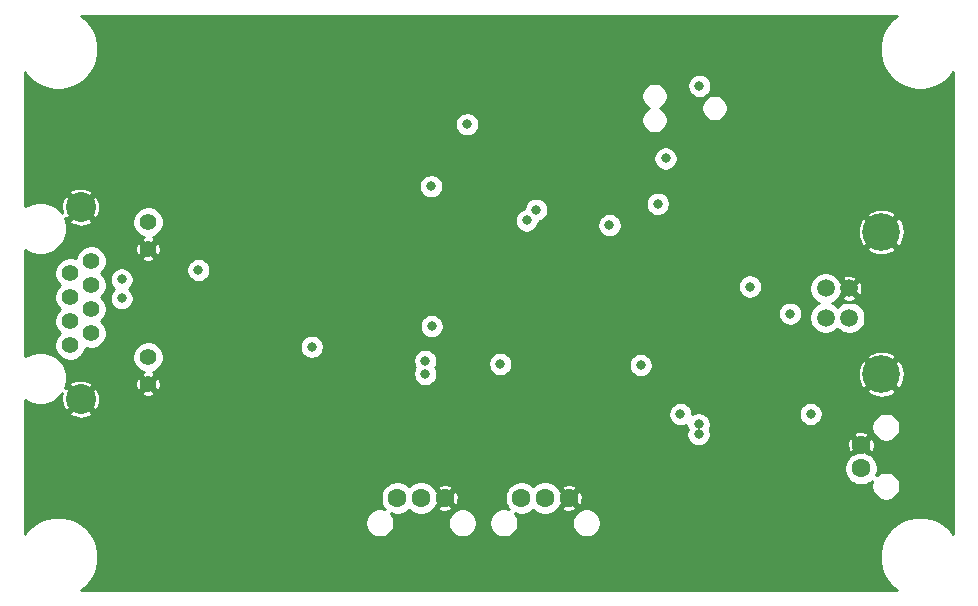
<source format=gbr>
G04 #@! TF.GenerationSoftware,KiCad,Pcbnew,5.0.1-33cea8e~68~ubuntu18.04.1*
G04 #@! TF.CreationDate,2018-11-11T23:32:46+00:00*
G04 #@! TF.ProjectId,comms,636F6D6D732E6B696361645F70636200,rev?*
G04 #@! TF.SameCoordinates,Original*
G04 #@! TF.FileFunction,Copper,L3,Inr,Plane*
G04 #@! TF.FilePolarity,Positive*
%FSLAX46Y46*%
G04 Gerber Fmt 4.6, Leading zero omitted, Abs format (unit mm)*
G04 Created by KiCad (PCBNEW 5.0.1-33cea8e~68~ubuntu18.04.1) date Sun 11 Nov 2018 23:32:46 GMT*
%MOMM*%
%LPD*%
G01*
G04 APERTURE LIST*
G04 #@! TA.AperFunction,ViaPad*
%ADD10C,2.540000*%
G04 #@! TD*
G04 #@! TA.AperFunction,ViaPad*
%ADD11C,1.400000*%
G04 #@! TD*
G04 #@! TA.AperFunction,ViaPad*
%ADD12C,1.600000*%
G04 #@! TD*
G04 #@! TA.AperFunction,ViaPad*
%ADD13C,1.500000*%
G04 #@! TD*
G04 #@! TA.AperFunction,ViaPad*
%ADD14C,3.200000*%
G04 #@! TD*
G04 #@! TA.AperFunction,ViaPad*
%ADD15C,0.800000*%
G04 #@! TD*
G04 #@! TA.AperFunction,Conductor*
%ADD16C,0.250000*%
G04 #@! TD*
G04 APERTURE END LIST*
D10*
G04 #@! TO.N,GND*
G04 #@! TO.C,IC4*
X28687302Y-105344400D03*
X28687302Y-89088400D03*
D11*
G04 #@! TO.N,Net-(IC4-Pad10)*
X34402302Y-101788400D03*
G04 #@! TO.N,GND*
X34402302Y-92644400D03*
X34402302Y-104074400D03*
G04 #@! TO.N,Net-(IC4-Pad12)*
X34402302Y-90358400D03*
G04 #@! TO.N,/RS485_TX*
X27798302Y-100772400D03*
G04 #@! TO.N,/RS485_RX*
X27798302Y-98740400D03*
G04 #@! TO.N,Net-(IC4-Pad5)*
X27798302Y-96708400D03*
G04 #@! TO.N,Net-(IC4-Pad7)*
X27798302Y-94676400D03*
G04 #@! TO.N,/~RS485_TX*
X29576302Y-99756400D03*
G04 #@! TO.N,Net-(IC4-Pad4)*
X29576302Y-97724400D03*
G04 #@! TO.N,/~RS485_RX*
X29576302Y-95692400D03*
G04 #@! TO.N,Net-(IC4-Pad8)*
X29576302Y-93660400D03*
G04 #@! TD*
D12*
G04 #@! TO.N,/USART1_TX*
G04 #@! TO.C,J1*
X66008302Y-113716400D03*
G04 #@! TO.N,/USART1_RX*
X68008302Y-113716400D03*
G04 #@! TO.N,GND*
X70008302Y-113716400D03*
G04 #@! TD*
G04 #@! TO.N,GND*
G04 #@! TO.C,J2*
X59508302Y-113716400D03*
G04 #@! TO.N,/USART2_RX*
X57508302Y-113716400D03*
G04 #@! TO.N,/USART2_TX*
X55508302Y-113716400D03*
G04 #@! TD*
G04 #@! TO.N,GND*
G04 #@! TO.C,J3*
X94758302Y-109216400D03*
G04 #@! TO.N,5v*
X94758302Y-111216400D03*
G04 #@! TD*
D13*
G04 #@! TO.N,/OTG_HS_VBUS*
G04 #@! TO.C,P1*
X91758302Y-95966400D03*
G04 #@! TO.N,/OTG_HS_DM*
X91758302Y-98466400D03*
G04 #@! TO.N,/OTG_HS_DP*
X93758302Y-98466400D03*
G04 #@! TO.N,GND*
X93758302Y-95966400D03*
D14*
X96468302Y-91196400D03*
X96468302Y-103236400D03*
G04 #@! TD*
D15*
G04 #@! TO.N,GND*
X62358302Y-90716400D03*
X58568302Y-92016400D03*
X62758302Y-86116400D03*
X65258302Y-86116400D03*
X65258302Y-82516400D03*
X63108302Y-81166400D03*
X62258302Y-80216400D03*
X62458302Y-95716400D03*
X62758302Y-98216400D03*
X63258302Y-104216400D03*
X56558302Y-88316400D03*
X56558302Y-89616400D03*
X52408302Y-91366400D03*
X53458302Y-90316400D03*
X54833302Y-90341400D03*
X56458302Y-95516400D03*
X56458302Y-96816400D03*
X56458302Y-98116400D03*
X75158302Y-104316400D03*
X80058302Y-86016400D03*
X80058302Y-87316400D03*
X78528302Y-78786400D03*
X89008302Y-111666400D03*
X90058302Y-110616400D03*
X83258302Y-112066400D03*
X81008302Y-111566400D03*
X80058302Y-110616400D03*
X82358302Y-112066400D03*
X88458302Y-91816400D03*
X74358302Y-86716400D03*
X48653302Y-95311400D03*
X45463302Y-95311400D03*
X45158302Y-100916400D03*
X73958302Y-104416400D03*
X88658302Y-104716400D03*
X88608302Y-107466400D03*
X33258302Y-77216400D03*
X33258302Y-82216400D03*
X38258302Y-82216400D03*
X38258302Y-77216400D03*
X43258302Y-77216400D03*
X43258302Y-82216400D03*
X48258302Y-82216400D03*
X48258302Y-77216400D03*
X58258302Y-77216400D03*
X53258302Y-77216400D03*
X53258302Y-82216400D03*
X58258302Y-82216400D03*
X63258302Y-77216400D03*
X68258302Y-77216400D03*
X73258302Y-77216400D03*
X88258302Y-77216400D03*
X93258302Y-77216400D03*
X93258302Y-82216400D03*
X88258302Y-82216400D03*
X88258302Y-87216400D03*
X83258302Y-87216400D03*
X93258302Y-87216400D03*
X98258302Y-87216400D03*
X98258302Y-82216400D03*
X98258302Y-97216400D03*
X93258302Y-117216400D03*
X88258302Y-117216400D03*
X83258302Y-117216400D03*
X78258302Y-117216400D03*
X78258302Y-112216400D03*
X73258302Y-112216400D03*
X73258302Y-117216400D03*
X83258302Y-92216400D03*
X48258302Y-107216400D03*
X48258302Y-112216400D03*
X43258302Y-112216400D03*
X43258302Y-107216400D03*
X38258302Y-107216400D03*
X38258302Y-112216400D03*
X33258302Y-112216400D03*
X28258302Y-112216400D03*
X28258302Y-87216400D03*
X28258302Y-82216400D03*
X43258302Y-92216400D03*
X48258302Y-92216400D03*
X53258302Y-107216400D03*
X48258302Y-117216400D03*
X38258302Y-117216400D03*
X43258302Y-117216400D03*
X33258302Y-117216400D03*
X87100000Y-100300000D03*
X87100000Y-101500000D03*
X87158302Y-92916400D03*
X87100000Y-99100000D03*
X55500000Y-109600000D03*
X58750000Y-110850000D03*
X66000000Y-109600000D03*
X69050000Y-110750000D03*
G04 #@! TO.N,3v3*
X58408302Y-99166400D03*
X58358302Y-87316400D03*
X81068302Y-78826400D03*
X81008302Y-107466400D03*
X81008302Y-108316400D03*
X61408302Y-82066400D03*
X76108302Y-102466400D03*
X64208302Y-102366400D03*
X78208302Y-84966400D03*
G04 #@! TO.N,5v*
X85358302Y-95816400D03*
X48258302Y-100916400D03*
X79458302Y-106616400D03*
X90500000Y-106600000D03*
G04 #@! TO.N,/~RST*
X77558302Y-88816400D03*
X73458302Y-90616400D03*
G04 #@! TO.N,/USART2_TX*
X57858302Y-102116400D03*
G04 #@! TO.N,/USART2_RX*
X57858302Y-103216400D03*
G04 #@! TO.N,/OTG_HS_VBUS*
X88758302Y-98116400D03*
G04 #@! TO.N,/USART1_TX*
X66458302Y-90216400D03*
G04 #@! TO.N,/USART1_RX*
X67258312Y-89316410D03*
G04 #@! TO.N,/RS485_TX*
X32158302Y-95216400D03*
G04 #@! TO.N,/~RS485_TX*
X32158302Y-96816400D03*
G04 #@! TO.N,Net-(IC4-Pad10)*
X38658302Y-94416400D03*
G04 #@! TD*
D16*
G04 #@! TO.N,GND*
G36*
X97574992Y-73056029D02*
X97544384Y-73086637D01*
X97520150Y-73096675D01*
X97368649Y-73197905D01*
X97239807Y-73326747D01*
X97138577Y-73478248D01*
X97128539Y-73502482D01*
X97097931Y-73533090D01*
X96723106Y-74094054D01*
X96464923Y-74717364D01*
X96333302Y-75379067D01*
X96333302Y-76053733D01*
X96464923Y-76715436D01*
X96723106Y-77338746D01*
X97097931Y-77899710D01*
X97128539Y-77930318D01*
X97138577Y-77954552D01*
X97239807Y-78106053D01*
X97368649Y-78234895D01*
X97520150Y-78336125D01*
X97544384Y-78346163D01*
X97574992Y-78376771D01*
X98135956Y-78751596D01*
X98759266Y-79009779D01*
X99420969Y-79141400D01*
X100095635Y-79141400D01*
X100757338Y-79009779D01*
X101380648Y-78751596D01*
X101941612Y-78376771D01*
X101972220Y-78346163D01*
X101996454Y-78336125D01*
X102147955Y-78234895D01*
X102276797Y-78106053D01*
X102378027Y-77954552D01*
X102388065Y-77930318D01*
X102418673Y-77899710D01*
X102558303Y-77690739D01*
X102558302Y-116742059D01*
X102418673Y-116533090D01*
X102388065Y-116502482D01*
X102378027Y-116478248D01*
X102276797Y-116326747D01*
X102147955Y-116197905D01*
X101996454Y-116096675D01*
X101972220Y-116086637D01*
X101941612Y-116056029D01*
X101380648Y-115681204D01*
X100757338Y-115423021D01*
X100095635Y-115291400D01*
X99420969Y-115291400D01*
X98759266Y-115423021D01*
X98135956Y-115681204D01*
X97574992Y-116056029D01*
X97544384Y-116086637D01*
X97520150Y-116096675D01*
X97368649Y-116197905D01*
X97239807Y-116326747D01*
X97138577Y-116478248D01*
X97128539Y-116502482D01*
X97097931Y-116533090D01*
X96723106Y-117094054D01*
X96464923Y-117717364D01*
X96333302Y-118379067D01*
X96333302Y-119053733D01*
X96464923Y-119715436D01*
X96723106Y-120338746D01*
X97097931Y-120899710D01*
X97128539Y-120930318D01*
X97138577Y-120954552D01*
X97239807Y-121106053D01*
X97368649Y-121234895D01*
X97520150Y-121336125D01*
X97544384Y-121346163D01*
X97574992Y-121376771D01*
X97783961Y-121516400D01*
X28732643Y-121516400D01*
X28941612Y-121376771D01*
X28972220Y-121346163D01*
X28996454Y-121336125D01*
X29147955Y-121234895D01*
X29276797Y-121106053D01*
X29378027Y-120954552D01*
X29388065Y-120930318D01*
X29418673Y-120899710D01*
X29793498Y-120338746D01*
X30051681Y-119715436D01*
X30183302Y-119053733D01*
X30183302Y-118379067D01*
X30051681Y-117717364D01*
X29793498Y-117094054D01*
X29418673Y-116533090D01*
X29388065Y-116502482D01*
X29378027Y-116478248D01*
X29276797Y-116326747D01*
X29147955Y-116197905D01*
X28996454Y-116096675D01*
X28972220Y-116086637D01*
X28941612Y-116056029D01*
X28402415Y-115695748D01*
X52783302Y-115695748D01*
X52783302Y-115937052D01*
X52830378Y-116173719D01*
X52922721Y-116396655D01*
X53056783Y-116597292D01*
X53227410Y-116767919D01*
X53428047Y-116901981D01*
X53650983Y-116994324D01*
X53887650Y-117041400D01*
X54128954Y-117041400D01*
X54365621Y-116994324D01*
X54588557Y-116901981D01*
X54789194Y-116767919D01*
X54959821Y-116597292D01*
X55093883Y-116396655D01*
X55186226Y-116173719D01*
X55233302Y-115937052D01*
X55233302Y-115695748D01*
X59783302Y-115695748D01*
X59783302Y-115937052D01*
X59830378Y-116173719D01*
X59922721Y-116396655D01*
X60056783Y-116597292D01*
X60227410Y-116767919D01*
X60428047Y-116901981D01*
X60650983Y-116994324D01*
X60887650Y-117041400D01*
X61128954Y-117041400D01*
X61365621Y-116994324D01*
X61588557Y-116901981D01*
X61789194Y-116767919D01*
X61959821Y-116597292D01*
X62093883Y-116396655D01*
X62186226Y-116173719D01*
X62233302Y-115937052D01*
X62233302Y-115695748D01*
X63283302Y-115695748D01*
X63283302Y-115937052D01*
X63330378Y-116173719D01*
X63422721Y-116396655D01*
X63556783Y-116597292D01*
X63727410Y-116767919D01*
X63928047Y-116901981D01*
X64150983Y-116994324D01*
X64387650Y-117041400D01*
X64628954Y-117041400D01*
X64865621Y-116994324D01*
X65088557Y-116901981D01*
X65289194Y-116767919D01*
X65459821Y-116597292D01*
X65593883Y-116396655D01*
X65686226Y-116173719D01*
X65733302Y-115937052D01*
X65733302Y-115695748D01*
X70283302Y-115695748D01*
X70283302Y-115937052D01*
X70330378Y-116173719D01*
X70422721Y-116396655D01*
X70556783Y-116597292D01*
X70727410Y-116767919D01*
X70928047Y-116901981D01*
X71150983Y-116994324D01*
X71387650Y-117041400D01*
X71628954Y-117041400D01*
X71865621Y-116994324D01*
X72088557Y-116901981D01*
X72289194Y-116767919D01*
X72459821Y-116597292D01*
X72593883Y-116396655D01*
X72686226Y-116173719D01*
X72733302Y-115937052D01*
X72733302Y-115695748D01*
X72686226Y-115459081D01*
X72593883Y-115236145D01*
X72459821Y-115035508D01*
X72289194Y-114864881D01*
X72088557Y-114730819D01*
X71865621Y-114638476D01*
X71628954Y-114591400D01*
X71387650Y-114591400D01*
X71150983Y-114638476D01*
X70928047Y-114730819D01*
X70727410Y-114864881D01*
X70556783Y-115035508D01*
X70422721Y-115236145D01*
X70330378Y-115459081D01*
X70283302Y-115695748D01*
X65733302Y-115695748D01*
X65686226Y-115459081D01*
X65593883Y-115236145D01*
X65459821Y-115035508D01*
X65453185Y-115028872D01*
X65592645Y-115086638D01*
X65867952Y-115141400D01*
X66148652Y-115141400D01*
X66423959Y-115086638D01*
X66683293Y-114979219D01*
X66916687Y-114823270D01*
X67008302Y-114731655D01*
X67099917Y-114823270D01*
X67333311Y-114979219D01*
X67592645Y-115086638D01*
X67867952Y-115141400D01*
X68148652Y-115141400D01*
X68423959Y-115086638D01*
X68683293Y-114979219D01*
X68916687Y-114823270D01*
X69115172Y-114624785D01*
X69152935Y-114568268D01*
X69333211Y-114568268D01*
X69419341Y-114739699D01*
X69630293Y-114834937D01*
X69855772Y-114887191D01*
X70087113Y-114894451D01*
X70315425Y-114856440D01*
X70531934Y-114774618D01*
X70597263Y-114739699D01*
X70683393Y-114568268D01*
X70008302Y-113893177D01*
X69333211Y-114568268D01*
X69152935Y-114568268D01*
X69271121Y-114391391D01*
X69352145Y-114195780D01*
X69831525Y-113716400D01*
X70185079Y-113716400D01*
X70860170Y-114391491D01*
X71031601Y-114305361D01*
X71126839Y-114094409D01*
X71179093Y-113868930D01*
X71186353Y-113637589D01*
X71148342Y-113409277D01*
X71066520Y-113192768D01*
X71031601Y-113127439D01*
X70860170Y-113041309D01*
X70185079Y-113716400D01*
X69831525Y-113716400D01*
X69352145Y-113237020D01*
X69271121Y-113041409D01*
X69152936Y-112864532D01*
X69333211Y-112864532D01*
X70008302Y-113539623D01*
X70683393Y-112864532D01*
X70597263Y-112693101D01*
X70386311Y-112597863D01*
X70160832Y-112545609D01*
X69929491Y-112538349D01*
X69701179Y-112576360D01*
X69484670Y-112658182D01*
X69419341Y-112693101D01*
X69333211Y-112864532D01*
X69152936Y-112864532D01*
X69115172Y-112808015D01*
X68916687Y-112609530D01*
X68683293Y-112453581D01*
X68423959Y-112346162D01*
X68148652Y-112291400D01*
X67867952Y-112291400D01*
X67592645Y-112346162D01*
X67333311Y-112453581D01*
X67099917Y-112609530D01*
X67008302Y-112701145D01*
X66916687Y-112609530D01*
X66683293Y-112453581D01*
X66423959Y-112346162D01*
X66148652Y-112291400D01*
X65867952Y-112291400D01*
X65592645Y-112346162D01*
X65333311Y-112453581D01*
X65099917Y-112609530D01*
X64901432Y-112808015D01*
X64745483Y-113041409D01*
X64638064Y-113300743D01*
X64583302Y-113576050D01*
X64583302Y-113856750D01*
X64638064Y-114132057D01*
X64745483Y-114391391D01*
X64901432Y-114624785D01*
X64950126Y-114673479D01*
X64865621Y-114638476D01*
X64628954Y-114591400D01*
X64387650Y-114591400D01*
X64150983Y-114638476D01*
X63928047Y-114730819D01*
X63727410Y-114864881D01*
X63556783Y-115035508D01*
X63422721Y-115236145D01*
X63330378Y-115459081D01*
X63283302Y-115695748D01*
X62233302Y-115695748D01*
X62186226Y-115459081D01*
X62093883Y-115236145D01*
X61959821Y-115035508D01*
X61789194Y-114864881D01*
X61588557Y-114730819D01*
X61365621Y-114638476D01*
X61128954Y-114591400D01*
X60887650Y-114591400D01*
X60650983Y-114638476D01*
X60428047Y-114730819D01*
X60227410Y-114864881D01*
X60056783Y-115035508D01*
X59922721Y-115236145D01*
X59830378Y-115459081D01*
X59783302Y-115695748D01*
X55233302Y-115695748D01*
X55186226Y-115459081D01*
X55093883Y-115236145D01*
X54959821Y-115035508D01*
X54953185Y-115028872D01*
X55092645Y-115086638D01*
X55367952Y-115141400D01*
X55648652Y-115141400D01*
X55923959Y-115086638D01*
X56183293Y-114979219D01*
X56416687Y-114823270D01*
X56508302Y-114731655D01*
X56599917Y-114823270D01*
X56833311Y-114979219D01*
X57092645Y-115086638D01*
X57367952Y-115141400D01*
X57648652Y-115141400D01*
X57923959Y-115086638D01*
X58183293Y-114979219D01*
X58416687Y-114823270D01*
X58615172Y-114624785D01*
X58652935Y-114568268D01*
X58833211Y-114568268D01*
X58919341Y-114739699D01*
X59130293Y-114834937D01*
X59355772Y-114887191D01*
X59587113Y-114894451D01*
X59815425Y-114856440D01*
X60031934Y-114774618D01*
X60097263Y-114739699D01*
X60183393Y-114568268D01*
X59508302Y-113893177D01*
X58833211Y-114568268D01*
X58652935Y-114568268D01*
X58771121Y-114391391D01*
X58852145Y-114195780D01*
X59331525Y-113716400D01*
X59685079Y-113716400D01*
X60360170Y-114391491D01*
X60531601Y-114305361D01*
X60626839Y-114094409D01*
X60679093Y-113868930D01*
X60686353Y-113637589D01*
X60648342Y-113409277D01*
X60566520Y-113192768D01*
X60531601Y-113127439D01*
X60360170Y-113041309D01*
X59685079Y-113716400D01*
X59331525Y-113716400D01*
X58852145Y-113237020D01*
X58771121Y-113041409D01*
X58652936Y-112864532D01*
X58833211Y-112864532D01*
X59508302Y-113539623D01*
X60183393Y-112864532D01*
X60097263Y-112693101D01*
X59886311Y-112597863D01*
X59660832Y-112545609D01*
X59429491Y-112538349D01*
X59201179Y-112576360D01*
X58984670Y-112658182D01*
X58919341Y-112693101D01*
X58833211Y-112864532D01*
X58652936Y-112864532D01*
X58615172Y-112808015D01*
X58416687Y-112609530D01*
X58183293Y-112453581D01*
X57923959Y-112346162D01*
X57648652Y-112291400D01*
X57367952Y-112291400D01*
X57092645Y-112346162D01*
X56833311Y-112453581D01*
X56599917Y-112609530D01*
X56508302Y-112701145D01*
X56416687Y-112609530D01*
X56183293Y-112453581D01*
X55923959Y-112346162D01*
X55648652Y-112291400D01*
X55367952Y-112291400D01*
X55092645Y-112346162D01*
X54833311Y-112453581D01*
X54599917Y-112609530D01*
X54401432Y-112808015D01*
X54245483Y-113041409D01*
X54138064Y-113300743D01*
X54083302Y-113576050D01*
X54083302Y-113856750D01*
X54138064Y-114132057D01*
X54245483Y-114391391D01*
X54401432Y-114624785D01*
X54450126Y-114673479D01*
X54365621Y-114638476D01*
X54128954Y-114591400D01*
X53887650Y-114591400D01*
X53650983Y-114638476D01*
X53428047Y-114730819D01*
X53227410Y-114864881D01*
X53056783Y-115035508D01*
X52922721Y-115236145D01*
X52830378Y-115459081D01*
X52783302Y-115695748D01*
X28402415Y-115695748D01*
X28380648Y-115681204D01*
X27757338Y-115423021D01*
X27095635Y-115291400D01*
X26420969Y-115291400D01*
X25759266Y-115423021D01*
X25135956Y-115681204D01*
X24574992Y-116056029D01*
X24544384Y-116086637D01*
X24520150Y-116096675D01*
X24368649Y-116197905D01*
X24239807Y-116326747D01*
X24138577Y-116478248D01*
X24128539Y-116502482D01*
X24097931Y-116533090D01*
X23958302Y-116742059D01*
X23958302Y-111076050D01*
X93333302Y-111076050D01*
X93333302Y-111356750D01*
X93388064Y-111632057D01*
X93495483Y-111891391D01*
X93651432Y-112124785D01*
X93849917Y-112323270D01*
X94083311Y-112479219D01*
X94342645Y-112586638D01*
X94617952Y-112641400D01*
X94898652Y-112641400D01*
X95173959Y-112586638D01*
X95433293Y-112479219D01*
X95666687Y-112323270D01*
X95715381Y-112274576D01*
X95680378Y-112359081D01*
X95633302Y-112595748D01*
X95633302Y-112837052D01*
X95680378Y-113073719D01*
X95772721Y-113296655D01*
X95906783Y-113497292D01*
X96077410Y-113667919D01*
X96278047Y-113801981D01*
X96500983Y-113894324D01*
X96737650Y-113941400D01*
X96978954Y-113941400D01*
X97215621Y-113894324D01*
X97438557Y-113801981D01*
X97639194Y-113667919D01*
X97809821Y-113497292D01*
X97943883Y-113296655D01*
X98036226Y-113073719D01*
X98083302Y-112837052D01*
X98083302Y-112595748D01*
X98036226Y-112359081D01*
X97943883Y-112136145D01*
X97809821Y-111935508D01*
X97639194Y-111764881D01*
X97438557Y-111630819D01*
X97215621Y-111538476D01*
X96978954Y-111491400D01*
X96737650Y-111491400D01*
X96500983Y-111538476D01*
X96278047Y-111630819D01*
X96077410Y-111764881D01*
X96070774Y-111771517D01*
X96128540Y-111632057D01*
X96183302Y-111356750D01*
X96183302Y-111076050D01*
X96128540Y-110800743D01*
X96021121Y-110541409D01*
X95865172Y-110308015D01*
X95666687Y-110109530D01*
X95433293Y-109953581D01*
X95237682Y-109872557D01*
X94758302Y-109393177D01*
X94278922Y-109872557D01*
X94083311Y-109953581D01*
X93849917Y-110109530D01*
X93651432Y-110308015D01*
X93495483Y-110541409D01*
X93388064Y-110800743D01*
X93333302Y-111076050D01*
X23958302Y-111076050D01*
X23958302Y-106531767D01*
X27676712Y-106531767D01*
X27819626Y-106751316D01*
X28110774Y-106893558D01*
X28424077Y-106976267D01*
X28747497Y-106996264D01*
X29068603Y-106952780D01*
X29375056Y-106847488D01*
X29554978Y-106751316D01*
X29697892Y-106531767D01*
X29681571Y-106515446D01*
X78433302Y-106515446D01*
X78433302Y-106717354D01*
X78472692Y-106915382D01*
X78549958Y-107101920D01*
X78662132Y-107269800D01*
X78804902Y-107412570D01*
X78972782Y-107524744D01*
X79159320Y-107602010D01*
X79357348Y-107641400D01*
X79559256Y-107641400D01*
X79757284Y-107602010D01*
X79943822Y-107524744D01*
X79983302Y-107498364D01*
X79983302Y-107567354D01*
X80022692Y-107765382D01*
X80074890Y-107891400D01*
X80022692Y-108017418D01*
X79983302Y-108215446D01*
X79983302Y-108417354D01*
X80022692Y-108615382D01*
X80099958Y-108801920D01*
X80212132Y-108969800D01*
X80354902Y-109112570D01*
X80522782Y-109224744D01*
X80709320Y-109302010D01*
X80907348Y-109341400D01*
X81109256Y-109341400D01*
X81307284Y-109302010D01*
X81323698Y-109295211D01*
X93580251Y-109295211D01*
X93618262Y-109523523D01*
X93700084Y-109740032D01*
X93735003Y-109805361D01*
X93906434Y-109891491D01*
X94581525Y-109216400D01*
X94935079Y-109216400D01*
X95610170Y-109891491D01*
X95781601Y-109805361D01*
X95876839Y-109594409D01*
X95929093Y-109368930D01*
X95936353Y-109137589D01*
X95898342Y-108909277D01*
X95816520Y-108692768D01*
X95781601Y-108627439D01*
X95610170Y-108541309D01*
X94935079Y-109216400D01*
X94581525Y-109216400D01*
X93906434Y-108541309D01*
X93735003Y-108627439D01*
X93639765Y-108838391D01*
X93587511Y-109063870D01*
X93580251Y-109295211D01*
X81323698Y-109295211D01*
X81493822Y-109224744D01*
X81661702Y-109112570D01*
X81804472Y-108969800D01*
X81916646Y-108801920D01*
X81993912Y-108615382D01*
X82033302Y-108417354D01*
X82033302Y-108364532D01*
X94083211Y-108364532D01*
X94758302Y-109039623D01*
X95433393Y-108364532D01*
X95347263Y-108193101D01*
X95136311Y-108097863D01*
X94910832Y-108045609D01*
X94679491Y-108038349D01*
X94451179Y-108076360D01*
X94234670Y-108158182D01*
X94169341Y-108193101D01*
X94083211Y-108364532D01*
X82033302Y-108364532D01*
X82033302Y-108215446D01*
X81993912Y-108017418D01*
X81941714Y-107891400D01*
X81993912Y-107765382D01*
X82033302Y-107567354D01*
X82033302Y-107365446D01*
X81993912Y-107167418D01*
X81916646Y-106980880D01*
X81804472Y-106813000D01*
X81661702Y-106670230D01*
X81493822Y-106558056D01*
X81351359Y-106499046D01*
X89475000Y-106499046D01*
X89475000Y-106700954D01*
X89514390Y-106898982D01*
X89591656Y-107085520D01*
X89703830Y-107253400D01*
X89846600Y-107396170D01*
X90014480Y-107508344D01*
X90201018Y-107585610D01*
X90399046Y-107625000D01*
X90600954Y-107625000D01*
X90748014Y-107595748D01*
X95633302Y-107595748D01*
X95633302Y-107837052D01*
X95680378Y-108073719D01*
X95772721Y-108296655D01*
X95906783Y-108497292D01*
X96077410Y-108667919D01*
X96278047Y-108801981D01*
X96500983Y-108894324D01*
X96737650Y-108941400D01*
X96978954Y-108941400D01*
X97215621Y-108894324D01*
X97438557Y-108801981D01*
X97639194Y-108667919D01*
X97809821Y-108497292D01*
X97943883Y-108296655D01*
X98036226Y-108073719D01*
X98083302Y-107837052D01*
X98083302Y-107595748D01*
X98036226Y-107359081D01*
X97943883Y-107136145D01*
X97809821Y-106935508D01*
X97639194Y-106764881D01*
X97438557Y-106630819D01*
X97215621Y-106538476D01*
X96978954Y-106491400D01*
X96737650Y-106491400D01*
X96500983Y-106538476D01*
X96278047Y-106630819D01*
X96077410Y-106764881D01*
X95906783Y-106935508D01*
X95772721Y-107136145D01*
X95680378Y-107359081D01*
X95633302Y-107595748D01*
X90748014Y-107595748D01*
X90798982Y-107585610D01*
X90985520Y-107508344D01*
X91153400Y-107396170D01*
X91296170Y-107253400D01*
X91408344Y-107085520D01*
X91485610Y-106898982D01*
X91525000Y-106700954D01*
X91525000Y-106499046D01*
X91485610Y-106301018D01*
X91408344Y-106114480D01*
X91296170Y-105946600D01*
X91153400Y-105803830D01*
X90985520Y-105691656D01*
X90798982Y-105614390D01*
X90600954Y-105575000D01*
X90399046Y-105575000D01*
X90201018Y-105614390D01*
X90014480Y-105691656D01*
X89846600Y-105803830D01*
X89703830Y-105946600D01*
X89591656Y-106114480D01*
X89514390Y-106301018D01*
X89475000Y-106499046D01*
X81351359Y-106499046D01*
X81307284Y-106480790D01*
X81109256Y-106441400D01*
X80907348Y-106441400D01*
X80709320Y-106480790D01*
X80522782Y-106558056D01*
X80483302Y-106584436D01*
X80483302Y-106515446D01*
X80443912Y-106317418D01*
X80366646Y-106130880D01*
X80254472Y-105963000D01*
X80111702Y-105820230D01*
X79943822Y-105708056D01*
X79757284Y-105630790D01*
X79559256Y-105591400D01*
X79357348Y-105591400D01*
X79159320Y-105630790D01*
X78972782Y-105708056D01*
X78804902Y-105820230D01*
X78662132Y-105963000D01*
X78549958Y-106130880D01*
X78472692Y-106317418D01*
X78433302Y-106515446D01*
X29681571Y-106515446D01*
X28687302Y-105521177D01*
X27676712Y-106531767D01*
X23958302Y-106531767D01*
X23958302Y-105404541D01*
X24192243Y-105560856D01*
X24601826Y-105730511D01*
X25036637Y-105817000D01*
X25479967Y-105817000D01*
X25914778Y-105730511D01*
X26324361Y-105560856D01*
X26692976Y-105314555D01*
X27006457Y-105001074D01*
X27122381Y-104827581D01*
X27055435Y-105081175D01*
X27035438Y-105404595D01*
X27078922Y-105725701D01*
X27184214Y-106032154D01*
X27280386Y-106212076D01*
X27499935Y-106354990D01*
X28510525Y-105344400D01*
X28864079Y-105344400D01*
X29874669Y-106354990D01*
X30094218Y-106212076D01*
X30236460Y-105920928D01*
X30319169Y-105607625D01*
X30339166Y-105284205D01*
X30295682Y-104963099D01*
X30258436Y-104854692D01*
X33798787Y-104854692D01*
X33872768Y-105015903D01*
X34066621Y-105101119D01*
X34273375Y-105146879D01*
X34485082Y-105151425D01*
X34693609Y-105114581D01*
X34890940Y-105037763D01*
X34931836Y-105015903D01*
X35005817Y-104854692D01*
X34402302Y-104251177D01*
X33798787Y-104854692D01*
X30258436Y-104854692D01*
X30190390Y-104656646D01*
X30094218Y-104476724D01*
X29874669Y-104333810D01*
X28864079Y-105344400D01*
X28510525Y-105344400D01*
X27499935Y-104333810D01*
X27330880Y-104443855D01*
X27422413Y-104222876D01*
X27435509Y-104157033D01*
X27676712Y-104157033D01*
X28687302Y-105167623D01*
X29697745Y-104157180D01*
X33325277Y-104157180D01*
X33362121Y-104365707D01*
X33438939Y-104563038D01*
X33460799Y-104603934D01*
X33622010Y-104677915D01*
X34225525Y-104074400D01*
X34579079Y-104074400D01*
X35182594Y-104677915D01*
X35224105Y-104658865D01*
X95222613Y-104658865D01*
X95405253Y-104912224D01*
X95752616Y-105087414D01*
X96127483Y-105191470D01*
X96515447Y-105220395D01*
X96901599Y-105173076D01*
X97271100Y-105051331D01*
X97531351Y-104912224D01*
X97713991Y-104658865D01*
X96468302Y-103413177D01*
X95222613Y-104658865D01*
X35224105Y-104658865D01*
X35343805Y-104603934D01*
X35429021Y-104410081D01*
X35474781Y-104203327D01*
X35479327Y-103991620D01*
X35442483Y-103783093D01*
X35365665Y-103585762D01*
X35343805Y-103544866D01*
X35182594Y-103470885D01*
X34579079Y-104074400D01*
X34225525Y-104074400D01*
X33622010Y-103470885D01*
X33460799Y-103544866D01*
X33375583Y-103738719D01*
X33329823Y-103945473D01*
X33325277Y-104157180D01*
X29697745Y-104157180D01*
X29697892Y-104157033D01*
X29554978Y-103937484D01*
X29263830Y-103795242D01*
X28950527Y-103712533D01*
X28627107Y-103692536D01*
X28306001Y-103736020D01*
X27999548Y-103841312D01*
X27819626Y-103937484D01*
X27676712Y-104157033D01*
X27435509Y-104157033D01*
X27508902Y-103788065D01*
X27508902Y-103344735D01*
X27422413Y-102909924D01*
X27252758Y-102500341D01*
X27006457Y-102131726D01*
X26692976Y-101818245D01*
X26324361Y-101571944D01*
X25914778Y-101402289D01*
X25479967Y-101315800D01*
X25036637Y-101315800D01*
X24601826Y-101402289D01*
X24192243Y-101571944D01*
X23958302Y-101728259D01*
X23958302Y-94545899D01*
X26473302Y-94545899D01*
X26473302Y-94806901D01*
X26524221Y-95062888D01*
X26624102Y-95304023D01*
X26769107Y-95521038D01*
X26940469Y-95692400D01*
X26769107Y-95863762D01*
X26624102Y-96080777D01*
X26524221Y-96321912D01*
X26473302Y-96577899D01*
X26473302Y-96838901D01*
X26524221Y-97094888D01*
X26624102Y-97336023D01*
X26769107Y-97553038D01*
X26940469Y-97724400D01*
X26769107Y-97895762D01*
X26624102Y-98112777D01*
X26524221Y-98353912D01*
X26473302Y-98609899D01*
X26473302Y-98870901D01*
X26524221Y-99126888D01*
X26624102Y-99368023D01*
X26769107Y-99585038D01*
X26940469Y-99756400D01*
X26769107Y-99927762D01*
X26624102Y-100144777D01*
X26524221Y-100385912D01*
X26473302Y-100641899D01*
X26473302Y-100902901D01*
X26524221Y-101158888D01*
X26624102Y-101400023D01*
X26769107Y-101617038D01*
X26953664Y-101801595D01*
X27170679Y-101946600D01*
X27411814Y-102046481D01*
X27667801Y-102097400D01*
X27928803Y-102097400D01*
X28184790Y-102046481D01*
X28425925Y-101946600D01*
X28642940Y-101801595D01*
X28786636Y-101657899D01*
X33077302Y-101657899D01*
X33077302Y-101918901D01*
X33128221Y-102174888D01*
X33228102Y-102416023D01*
X33373107Y-102633038D01*
X33557664Y-102817595D01*
X33774679Y-102962600D01*
X34015814Y-103062481D01*
X34030759Y-103065454D01*
X33913664Y-103111037D01*
X33872768Y-103132897D01*
X33798787Y-103294108D01*
X34402302Y-103897623D01*
X35005817Y-103294108D01*
X34931836Y-103132897D01*
X34776990Y-103064828D01*
X34788790Y-103062481D01*
X35029925Y-102962600D01*
X35246940Y-102817595D01*
X35431497Y-102633038D01*
X35576502Y-102416023D01*
X35676383Y-102174888D01*
X35708097Y-102015446D01*
X56833302Y-102015446D01*
X56833302Y-102217354D01*
X56872692Y-102415382D01*
X56949958Y-102601920D01*
X56993042Y-102666400D01*
X56949958Y-102730880D01*
X56872692Y-102917418D01*
X56833302Y-103115446D01*
X56833302Y-103317354D01*
X56872692Y-103515382D01*
X56949958Y-103701920D01*
X57062132Y-103869800D01*
X57204902Y-104012570D01*
X57372782Y-104124744D01*
X57559320Y-104202010D01*
X57757348Y-104241400D01*
X57959256Y-104241400D01*
X58157284Y-104202010D01*
X58343822Y-104124744D01*
X58511702Y-104012570D01*
X58654472Y-103869800D01*
X58766646Y-103701920D01*
X58843912Y-103515382D01*
X58883302Y-103317354D01*
X58883302Y-103115446D01*
X58843912Y-102917418D01*
X58766646Y-102730880D01*
X58723562Y-102666400D01*
X58766646Y-102601920D01*
X58843912Y-102415382D01*
X58873735Y-102265446D01*
X63183302Y-102265446D01*
X63183302Y-102467354D01*
X63222692Y-102665382D01*
X63299958Y-102851920D01*
X63412132Y-103019800D01*
X63554902Y-103162570D01*
X63722782Y-103274744D01*
X63909320Y-103352010D01*
X64107348Y-103391400D01*
X64309256Y-103391400D01*
X64507284Y-103352010D01*
X64693822Y-103274744D01*
X64861702Y-103162570D01*
X65004472Y-103019800D01*
X65116646Y-102851920D01*
X65193912Y-102665382D01*
X65233302Y-102467354D01*
X65233302Y-102365446D01*
X75083302Y-102365446D01*
X75083302Y-102567354D01*
X75122692Y-102765382D01*
X75199958Y-102951920D01*
X75312132Y-103119800D01*
X75454902Y-103262570D01*
X75622782Y-103374744D01*
X75809320Y-103452010D01*
X76007348Y-103491400D01*
X76209256Y-103491400D01*
X76407284Y-103452010D01*
X76593822Y-103374744D01*
X76730310Y-103283545D01*
X94484307Y-103283545D01*
X94531626Y-103669697D01*
X94653371Y-104039198D01*
X94792478Y-104299449D01*
X95045837Y-104482089D01*
X96291525Y-103236400D01*
X96645079Y-103236400D01*
X97890767Y-104482089D01*
X98144126Y-104299449D01*
X98319316Y-103952086D01*
X98423372Y-103577219D01*
X98452297Y-103189255D01*
X98404978Y-102803103D01*
X98283233Y-102433602D01*
X98144126Y-102173351D01*
X97890767Y-101990711D01*
X96645079Y-103236400D01*
X96291525Y-103236400D01*
X95045837Y-101990711D01*
X94792478Y-102173351D01*
X94617288Y-102520714D01*
X94513232Y-102895581D01*
X94484307Y-103283545D01*
X76730310Y-103283545D01*
X76761702Y-103262570D01*
X76904472Y-103119800D01*
X77016646Y-102951920D01*
X77093912Y-102765382D01*
X77133302Y-102567354D01*
X77133302Y-102365446D01*
X77093912Y-102167418D01*
X77016646Y-101980880D01*
X76905097Y-101813935D01*
X95222613Y-101813935D01*
X96468302Y-103059623D01*
X97713991Y-101813935D01*
X97531351Y-101560576D01*
X97183988Y-101385386D01*
X96809121Y-101281330D01*
X96421157Y-101252405D01*
X96035005Y-101299724D01*
X95665504Y-101421469D01*
X95405253Y-101560576D01*
X95222613Y-101813935D01*
X76905097Y-101813935D01*
X76904472Y-101813000D01*
X76761702Y-101670230D01*
X76593822Y-101558056D01*
X76407284Y-101480790D01*
X76209256Y-101441400D01*
X76007348Y-101441400D01*
X75809320Y-101480790D01*
X75622782Y-101558056D01*
X75454902Y-101670230D01*
X75312132Y-101813000D01*
X75199958Y-101980880D01*
X75122692Y-102167418D01*
X75083302Y-102365446D01*
X65233302Y-102365446D01*
X65233302Y-102265446D01*
X65193912Y-102067418D01*
X65116646Y-101880880D01*
X65004472Y-101713000D01*
X64861702Y-101570230D01*
X64693822Y-101458056D01*
X64507284Y-101380790D01*
X64309256Y-101341400D01*
X64107348Y-101341400D01*
X63909320Y-101380790D01*
X63722782Y-101458056D01*
X63554902Y-101570230D01*
X63412132Y-101713000D01*
X63299958Y-101880880D01*
X63222692Y-102067418D01*
X63183302Y-102265446D01*
X58873735Y-102265446D01*
X58883302Y-102217354D01*
X58883302Y-102015446D01*
X58843912Y-101817418D01*
X58766646Y-101630880D01*
X58654472Y-101463000D01*
X58511702Y-101320230D01*
X58343822Y-101208056D01*
X58157284Y-101130790D01*
X57959256Y-101091400D01*
X57757348Y-101091400D01*
X57559320Y-101130790D01*
X57372782Y-101208056D01*
X57204902Y-101320230D01*
X57062132Y-101463000D01*
X56949958Y-101630880D01*
X56872692Y-101817418D01*
X56833302Y-102015446D01*
X35708097Y-102015446D01*
X35727302Y-101918901D01*
X35727302Y-101657899D01*
X35676383Y-101401912D01*
X35576502Y-101160777D01*
X35431497Y-100943762D01*
X35303181Y-100815446D01*
X47233302Y-100815446D01*
X47233302Y-101017354D01*
X47272692Y-101215382D01*
X47349958Y-101401920D01*
X47462132Y-101569800D01*
X47604902Y-101712570D01*
X47772782Y-101824744D01*
X47959320Y-101902010D01*
X48157348Y-101941400D01*
X48359256Y-101941400D01*
X48557284Y-101902010D01*
X48743822Y-101824744D01*
X48911702Y-101712570D01*
X49054472Y-101569800D01*
X49166646Y-101401920D01*
X49243912Y-101215382D01*
X49283302Y-101017354D01*
X49283302Y-100815446D01*
X49243912Y-100617418D01*
X49166646Y-100430880D01*
X49054472Y-100263000D01*
X48911702Y-100120230D01*
X48743822Y-100008056D01*
X48557284Y-99930790D01*
X48359256Y-99891400D01*
X48157348Y-99891400D01*
X47959320Y-99930790D01*
X47772782Y-100008056D01*
X47604902Y-100120230D01*
X47462132Y-100263000D01*
X47349958Y-100430880D01*
X47272692Y-100617418D01*
X47233302Y-100815446D01*
X35303181Y-100815446D01*
X35246940Y-100759205D01*
X35029925Y-100614200D01*
X34788790Y-100514319D01*
X34532803Y-100463400D01*
X34271801Y-100463400D01*
X34015814Y-100514319D01*
X33774679Y-100614200D01*
X33557664Y-100759205D01*
X33373107Y-100943762D01*
X33228102Y-101160777D01*
X33128221Y-101401912D01*
X33077302Y-101657899D01*
X28786636Y-101657899D01*
X28827497Y-101617038D01*
X28972502Y-101400023D01*
X29072383Y-101158888D01*
X29104919Y-100995317D01*
X29189814Y-101030481D01*
X29445801Y-101081400D01*
X29706803Y-101081400D01*
X29962790Y-101030481D01*
X30203925Y-100930600D01*
X30420940Y-100785595D01*
X30605497Y-100601038D01*
X30750502Y-100384023D01*
X30850383Y-100142888D01*
X30901302Y-99886901D01*
X30901302Y-99625899D01*
X30850383Y-99369912D01*
X30750502Y-99128777D01*
X30708186Y-99065446D01*
X57383302Y-99065446D01*
X57383302Y-99267354D01*
X57422692Y-99465382D01*
X57499958Y-99651920D01*
X57612132Y-99819800D01*
X57754902Y-99962570D01*
X57922782Y-100074744D01*
X58109320Y-100152010D01*
X58307348Y-100191400D01*
X58509256Y-100191400D01*
X58707284Y-100152010D01*
X58893822Y-100074744D01*
X59061702Y-99962570D01*
X59204472Y-99819800D01*
X59316646Y-99651920D01*
X59393912Y-99465382D01*
X59433302Y-99267354D01*
X59433302Y-99065446D01*
X59393912Y-98867418D01*
X59316646Y-98680880D01*
X59204472Y-98513000D01*
X59061702Y-98370230D01*
X58893822Y-98258056D01*
X58707284Y-98180790D01*
X58509256Y-98141400D01*
X58307348Y-98141400D01*
X58109320Y-98180790D01*
X57922782Y-98258056D01*
X57754902Y-98370230D01*
X57612132Y-98513000D01*
X57499958Y-98680880D01*
X57422692Y-98867418D01*
X57383302Y-99065446D01*
X30708186Y-99065446D01*
X30605497Y-98911762D01*
X30434135Y-98740400D01*
X30605497Y-98569038D01*
X30750502Y-98352023D01*
X30850383Y-98110888D01*
X30869367Y-98015446D01*
X87733302Y-98015446D01*
X87733302Y-98217354D01*
X87772692Y-98415382D01*
X87849958Y-98601920D01*
X87962132Y-98769800D01*
X88104902Y-98912570D01*
X88272782Y-99024744D01*
X88459320Y-99102010D01*
X88657348Y-99141400D01*
X88859256Y-99141400D01*
X89057284Y-99102010D01*
X89243822Y-99024744D01*
X89411702Y-98912570D01*
X89554472Y-98769800D01*
X89666646Y-98601920D01*
X89743912Y-98415382D01*
X89783302Y-98217354D01*
X89783302Y-98015446D01*
X89743912Y-97817418D01*
X89666646Y-97630880D01*
X89554472Y-97463000D01*
X89411702Y-97320230D01*
X89243822Y-97208056D01*
X89057284Y-97130790D01*
X88859256Y-97091400D01*
X88657348Y-97091400D01*
X88459320Y-97130790D01*
X88272782Y-97208056D01*
X88104902Y-97320230D01*
X87962132Y-97463000D01*
X87849958Y-97630880D01*
X87772692Y-97817418D01*
X87733302Y-98015446D01*
X30869367Y-98015446D01*
X30901302Y-97854901D01*
X30901302Y-97593899D01*
X30850383Y-97337912D01*
X30750502Y-97096777D01*
X30605497Y-96879762D01*
X30434135Y-96708400D01*
X30605497Y-96537038D01*
X30750502Y-96320023D01*
X30850383Y-96078888D01*
X30901302Y-95822901D01*
X30901302Y-95561899D01*
X30850383Y-95305912D01*
X30771490Y-95115446D01*
X31133302Y-95115446D01*
X31133302Y-95317354D01*
X31172692Y-95515382D01*
X31249958Y-95701920D01*
X31362132Y-95869800D01*
X31504902Y-96012570D01*
X31510634Y-96016400D01*
X31504902Y-96020230D01*
X31362132Y-96163000D01*
X31249958Y-96330880D01*
X31172692Y-96517418D01*
X31133302Y-96715446D01*
X31133302Y-96917354D01*
X31172692Y-97115382D01*
X31249958Y-97301920D01*
X31362132Y-97469800D01*
X31504902Y-97612570D01*
X31672782Y-97724744D01*
X31859320Y-97802010D01*
X32057348Y-97841400D01*
X32259256Y-97841400D01*
X32457284Y-97802010D01*
X32643822Y-97724744D01*
X32811702Y-97612570D01*
X32954472Y-97469800D01*
X33066646Y-97301920D01*
X33143912Y-97115382D01*
X33183302Y-96917354D01*
X33183302Y-96715446D01*
X33143912Y-96517418D01*
X33066646Y-96330880D01*
X32954472Y-96163000D01*
X32811702Y-96020230D01*
X32805970Y-96016400D01*
X32811702Y-96012570D01*
X32954472Y-95869800D01*
X33057608Y-95715446D01*
X84333302Y-95715446D01*
X84333302Y-95917354D01*
X84372692Y-96115382D01*
X84449958Y-96301920D01*
X84562132Y-96469800D01*
X84704902Y-96612570D01*
X84872782Y-96724744D01*
X85059320Y-96802010D01*
X85257348Y-96841400D01*
X85459256Y-96841400D01*
X85657284Y-96802010D01*
X85843822Y-96724744D01*
X86011702Y-96612570D01*
X86154472Y-96469800D01*
X86266646Y-96301920D01*
X86343912Y-96115382D01*
X86383302Y-95917354D01*
X86383302Y-95830974D01*
X90383302Y-95830974D01*
X90383302Y-96101826D01*
X90436143Y-96367473D01*
X90539793Y-96617707D01*
X90690270Y-96842911D01*
X90881791Y-97034432D01*
X91106995Y-97184909D01*
X91183021Y-97216400D01*
X91106995Y-97247891D01*
X90881791Y-97398368D01*
X90690270Y-97589889D01*
X90539793Y-97815093D01*
X90436143Y-98065327D01*
X90383302Y-98330974D01*
X90383302Y-98601826D01*
X90436143Y-98867473D01*
X90539793Y-99117707D01*
X90690270Y-99342911D01*
X90881791Y-99534432D01*
X91106995Y-99684909D01*
X91357229Y-99788559D01*
X91622876Y-99841400D01*
X91893728Y-99841400D01*
X92159375Y-99788559D01*
X92409609Y-99684909D01*
X92634813Y-99534432D01*
X92758302Y-99410943D01*
X92881791Y-99534432D01*
X93106995Y-99684909D01*
X93357229Y-99788559D01*
X93622876Y-99841400D01*
X93893728Y-99841400D01*
X94159375Y-99788559D01*
X94409609Y-99684909D01*
X94634813Y-99534432D01*
X94826334Y-99342911D01*
X94976811Y-99117707D01*
X95080461Y-98867473D01*
X95133302Y-98601826D01*
X95133302Y-98330974D01*
X95080461Y-98065327D01*
X94976811Y-97815093D01*
X94826334Y-97589889D01*
X94634813Y-97398368D01*
X94409609Y-97247891D01*
X94159375Y-97144241D01*
X93893728Y-97091400D01*
X93853990Y-97091400D01*
X94057518Y-97056524D01*
X94264442Y-96977203D01*
X94317558Y-96948812D01*
X94397618Y-96782492D01*
X93758302Y-96143177D01*
X93118986Y-96782492D01*
X93199046Y-96948812D01*
X93401451Y-97039041D01*
X93617570Y-97088049D01*
X93743326Y-97091400D01*
X93622876Y-97091400D01*
X93357229Y-97144241D01*
X93106995Y-97247891D01*
X92881791Y-97398368D01*
X92758302Y-97521857D01*
X92634813Y-97398368D01*
X92409609Y-97247891D01*
X92333583Y-97216400D01*
X92409609Y-97184909D01*
X92634813Y-97034432D01*
X92826334Y-96842911D01*
X92976811Y-96617707D01*
X93009756Y-96538169D01*
X93581525Y-95966400D01*
X93935079Y-95966400D01*
X94574394Y-96605716D01*
X94740714Y-96525656D01*
X94830943Y-96323251D01*
X94879951Y-96107132D01*
X94885854Y-95885605D01*
X94848426Y-95667184D01*
X94769105Y-95460260D01*
X94740714Y-95407144D01*
X94574394Y-95327084D01*
X93935079Y-95966400D01*
X93581525Y-95966400D01*
X93009756Y-95394631D01*
X92976811Y-95315093D01*
X92866705Y-95150308D01*
X93118986Y-95150308D01*
X93758302Y-95789623D01*
X94397618Y-95150308D01*
X94317558Y-94983988D01*
X94115153Y-94893759D01*
X93899034Y-94844751D01*
X93677507Y-94838848D01*
X93459086Y-94876276D01*
X93252162Y-94955597D01*
X93199046Y-94983988D01*
X93118986Y-95150308D01*
X92866705Y-95150308D01*
X92826334Y-95089889D01*
X92634813Y-94898368D01*
X92409609Y-94747891D01*
X92159375Y-94644241D01*
X91893728Y-94591400D01*
X91622876Y-94591400D01*
X91357229Y-94644241D01*
X91106995Y-94747891D01*
X90881791Y-94898368D01*
X90690270Y-95089889D01*
X90539793Y-95315093D01*
X90436143Y-95565327D01*
X90383302Y-95830974D01*
X86383302Y-95830974D01*
X86383302Y-95715446D01*
X86343912Y-95517418D01*
X86266646Y-95330880D01*
X86154472Y-95163000D01*
X86011702Y-95020230D01*
X85843822Y-94908056D01*
X85657284Y-94830790D01*
X85459256Y-94791400D01*
X85257348Y-94791400D01*
X85059320Y-94830790D01*
X84872782Y-94908056D01*
X84704902Y-95020230D01*
X84562132Y-95163000D01*
X84449958Y-95330880D01*
X84372692Y-95517418D01*
X84333302Y-95715446D01*
X33057608Y-95715446D01*
X33066646Y-95701920D01*
X33143912Y-95515382D01*
X33183302Y-95317354D01*
X33183302Y-95115446D01*
X33143912Y-94917418D01*
X33066646Y-94730880D01*
X32954472Y-94563000D01*
X32811702Y-94420230D01*
X32654882Y-94315446D01*
X37633302Y-94315446D01*
X37633302Y-94517354D01*
X37672692Y-94715382D01*
X37749958Y-94901920D01*
X37862132Y-95069800D01*
X38004902Y-95212570D01*
X38172782Y-95324744D01*
X38359320Y-95402010D01*
X38557348Y-95441400D01*
X38759256Y-95441400D01*
X38957284Y-95402010D01*
X39143822Y-95324744D01*
X39311702Y-95212570D01*
X39454472Y-95069800D01*
X39566646Y-94901920D01*
X39643912Y-94715382D01*
X39683302Y-94517354D01*
X39683302Y-94315446D01*
X39643912Y-94117418D01*
X39566646Y-93930880D01*
X39454472Y-93763000D01*
X39311702Y-93620230D01*
X39143822Y-93508056D01*
X38957284Y-93430790D01*
X38759256Y-93391400D01*
X38557348Y-93391400D01*
X38359320Y-93430790D01*
X38172782Y-93508056D01*
X38004902Y-93620230D01*
X37862132Y-93763000D01*
X37749958Y-93930880D01*
X37672692Y-94117418D01*
X37633302Y-94315446D01*
X32654882Y-94315446D01*
X32643822Y-94308056D01*
X32457284Y-94230790D01*
X32259256Y-94191400D01*
X32057348Y-94191400D01*
X31859320Y-94230790D01*
X31672782Y-94308056D01*
X31504902Y-94420230D01*
X31362132Y-94563000D01*
X31249958Y-94730880D01*
X31172692Y-94917418D01*
X31133302Y-95115446D01*
X30771490Y-95115446D01*
X30750502Y-95064777D01*
X30605497Y-94847762D01*
X30434135Y-94676400D01*
X30605497Y-94505038D01*
X30750502Y-94288023D01*
X30850383Y-94046888D01*
X30901302Y-93790901D01*
X30901302Y-93529899D01*
X30880376Y-93424692D01*
X33798787Y-93424692D01*
X33872768Y-93585903D01*
X34066621Y-93671119D01*
X34273375Y-93716879D01*
X34485082Y-93721425D01*
X34693609Y-93684581D01*
X34890940Y-93607763D01*
X34931836Y-93585903D01*
X35005817Y-93424692D01*
X34402302Y-92821177D01*
X33798787Y-93424692D01*
X30880376Y-93424692D01*
X30850383Y-93273912D01*
X30750502Y-93032777D01*
X30605497Y-92815762D01*
X30516915Y-92727180D01*
X33325277Y-92727180D01*
X33362121Y-92935707D01*
X33438939Y-93133038D01*
X33460799Y-93173934D01*
X33622010Y-93247915D01*
X34225525Y-92644400D01*
X34579079Y-92644400D01*
X35182594Y-93247915D01*
X35343805Y-93173934D01*
X35429021Y-92980081D01*
X35474781Y-92773327D01*
X35478097Y-92618865D01*
X95222613Y-92618865D01*
X95405253Y-92872224D01*
X95752616Y-93047414D01*
X96127483Y-93151470D01*
X96515447Y-93180395D01*
X96901599Y-93133076D01*
X97271100Y-93011331D01*
X97531351Y-92872224D01*
X97713991Y-92618865D01*
X96468302Y-91373177D01*
X95222613Y-92618865D01*
X35478097Y-92618865D01*
X35479327Y-92561620D01*
X35442483Y-92353093D01*
X35365665Y-92155762D01*
X35343805Y-92114866D01*
X35182594Y-92040885D01*
X34579079Y-92644400D01*
X34225525Y-92644400D01*
X33622010Y-92040885D01*
X33460799Y-92114866D01*
X33375583Y-92308719D01*
X33329823Y-92515473D01*
X33325277Y-92727180D01*
X30516915Y-92727180D01*
X30420940Y-92631205D01*
X30203925Y-92486200D01*
X29962790Y-92386319D01*
X29706803Y-92335400D01*
X29445801Y-92335400D01*
X29189814Y-92386319D01*
X28948679Y-92486200D01*
X28731664Y-92631205D01*
X28547107Y-92815762D01*
X28402102Y-93032777D01*
X28302221Y-93273912D01*
X28269685Y-93437483D01*
X28184790Y-93402319D01*
X27928803Y-93351400D01*
X27667801Y-93351400D01*
X27411814Y-93402319D01*
X27170679Y-93502200D01*
X26953664Y-93647205D01*
X26769107Y-93831762D01*
X26624102Y-94048777D01*
X26524221Y-94289912D01*
X26473302Y-94545899D01*
X23958302Y-94545899D01*
X23958302Y-92704541D01*
X24192243Y-92860856D01*
X24601826Y-93030511D01*
X25036637Y-93117000D01*
X25479967Y-93117000D01*
X25914778Y-93030511D01*
X26324361Y-92860856D01*
X26692976Y-92614555D01*
X27006457Y-92301074D01*
X27252758Y-91932459D01*
X27422413Y-91522876D01*
X27508902Y-91088065D01*
X27508902Y-90644735D01*
X27435510Y-90275767D01*
X27676712Y-90275767D01*
X27819626Y-90495316D01*
X28110774Y-90637558D01*
X28424077Y-90720267D01*
X28747497Y-90740264D01*
X29068603Y-90696780D01*
X29375056Y-90591488D01*
X29554978Y-90495316D01*
X29697892Y-90275767D01*
X29650024Y-90227899D01*
X33077302Y-90227899D01*
X33077302Y-90488901D01*
X33128221Y-90744888D01*
X33228102Y-90986023D01*
X33373107Y-91203038D01*
X33557664Y-91387595D01*
X33774679Y-91532600D01*
X34015814Y-91632481D01*
X34030759Y-91635454D01*
X33913664Y-91681037D01*
X33872768Y-91702897D01*
X33798787Y-91864108D01*
X34402302Y-92467623D01*
X35005817Y-91864108D01*
X34931836Y-91702897D01*
X34776990Y-91634828D01*
X34788790Y-91632481D01*
X35029925Y-91532600D01*
X35246940Y-91387595D01*
X35431497Y-91203038D01*
X35576502Y-90986023D01*
X35676383Y-90744888D01*
X35727302Y-90488901D01*
X35727302Y-90227899D01*
X35704934Y-90115446D01*
X65433302Y-90115446D01*
X65433302Y-90317354D01*
X65472692Y-90515382D01*
X65549958Y-90701920D01*
X65662132Y-90869800D01*
X65804902Y-91012570D01*
X65972782Y-91124744D01*
X66159320Y-91202010D01*
X66357348Y-91241400D01*
X66559256Y-91241400D01*
X66757284Y-91202010D01*
X66943822Y-91124744D01*
X67111702Y-91012570D01*
X67254472Y-90869800D01*
X67366646Y-90701920D01*
X67443885Y-90515446D01*
X72433302Y-90515446D01*
X72433302Y-90717354D01*
X72472692Y-90915382D01*
X72549958Y-91101920D01*
X72662132Y-91269800D01*
X72804902Y-91412570D01*
X72972782Y-91524744D01*
X73159320Y-91602010D01*
X73357348Y-91641400D01*
X73559256Y-91641400D01*
X73757284Y-91602010D01*
X73943822Y-91524744D01*
X74111702Y-91412570D01*
X74254472Y-91269800D01*
X74272015Y-91243545D01*
X94484307Y-91243545D01*
X94531626Y-91629697D01*
X94653371Y-91999198D01*
X94792478Y-92259449D01*
X95045837Y-92442089D01*
X96291525Y-91196400D01*
X96645079Y-91196400D01*
X97890767Y-92442089D01*
X98144126Y-92259449D01*
X98319316Y-91912086D01*
X98423372Y-91537219D01*
X98452297Y-91149255D01*
X98404978Y-90763103D01*
X98283233Y-90393602D01*
X98144126Y-90133351D01*
X97890767Y-89950711D01*
X96645079Y-91196400D01*
X96291525Y-91196400D01*
X95045837Y-89950711D01*
X94792478Y-90133351D01*
X94617288Y-90480714D01*
X94513232Y-90855581D01*
X94484307Y-91243545D01*
X74272015Y-91243545D01*
X74366646Y-91101920D01*
X74443912Y-90915382D01*
X74483302Y-90717354D01*
X74483302Y-90515446D01*
X74443912Y-90317418D01*
X74366646Y-90130880D01*
X74254472Y-89963000D01*
X74111702Y-89820230D01*
X73943822Y-89708056D01*
X73757284Y-89630790D01*
X73559256Y-89591400D01*
X73357348Y-89591400D01*
X73159320Y-89630790D01*
X72972782Y-89708056D01*
X72804902Y-89820230D01*
X72662132Y-89963000D01*
X72549958Y-90130880D01*
X72472692Y-90317418D01*
X72433302Y-90515446D01*
X67443885Y-90515446D01*
X67443912Y-90515382D01*
X67483302Y-90317354D01*
X67483302Y-90316738D01*
X67557294Y-90302020D01*
X67743832Y-90224754D01*
X67911712Y-90112580D01*
X68054482Y-89969810D01*
X68166656Y-89801930D01*
X68243922Y-89615392D01*
X68283312Y-89417364D01*
X68283312Y-89215456D01*
X68243922Y-89017428D01*
X68166656Y-88830890D01*
X68089519Y-88715446D01*
X76533302Y-88715446D01*
X76533302Y-88917354D01*
X76572692Y-89115382D01*
X76649958Y-89301920D01*
X76762132Y-89469800D01*
X76904902Y-89612570D01*
X77072782Y-89724744D01*
X77259320Y-89802010D01*
X77457348Y-89841400D01*
X77659256Y-89841400D01*
X77857284Y-89802010D01*
X77925063Y-89773935D01*
X95222613Y-89773935D01*
X96468302Y-91019623D01*
X97713991Y-89773935D01*
X97531351Y-89520576D01*
X97183988Y-89345386D01*
X96809121Y-89241330D01*
X96421157Y-89212405D01*
X96035005Y-89259724D01*
X95665504Y-89381469D01*
X95405253Y-89520576D01*
X95222613Y-89773935D01*
X77925063Y-89773935D01*
X78043822Y-89724744D01*
X78211702Y-89612570D01*
X78354472Y-89469800D01*
X78466646Y-89301920D01*
X78543912Y-89115382D01*
X78583302Y-88917354D01*
X78583302Y-88715446D01*
X78543912Y-88517418D01*
X78466646Y-88330880D01*
X78354472Y-88163000D01*
X78211702Y-88020230D01*
X78043822Y-87908056D01*
X77857284Y-87830790D01*
X77659256Y-87791400D01*
X77457348Y-87791400D01*
X77259320Y-87830790D01*
X77072782Y-87908056D01*
X76904902Y-88020230D01*
X76762132Y-88163000D01*
X76649958Y-88330880D01*
X76572692Y-88517418D01*
X76533302Y-88715446D01*
X68089519Y-88715446D01*
X68054482Y-88663010D01*
X67911712Y-88520240D01*
X67743832Y-88408066D01*
X67557294Y-88330800D01*
X67359266Y-88291410D01*
X67157358Y-88291410D01*
X66959330Y-88330800D01*
X66772792Y-88408066D01*
X66604912Y-88520240D01*
X66462142Y-88663010D01*
X66349968Y-88830890D01*
X66272702Y-89017428D01*
X66233312Y-89215456D01*
X66233312Y-89216072D01*
X66159320Y-89230790D01*
X65972782Y-89308056D01*
X65804902Y-89420230D01*
X65662132Y-89563000D01*
X65549958Y-89730880D01*
X65472692Y-89917418D01*
X65433302Y-90115446D01*
X35704934Y-90115446D01*
X35676383Y-89971912D01*
X35576502Y-89730777D01*
X35431497Y-89513762D01*
X35246940Y-89329205D01*
X35029925Y-89184200D01*
X34788790Y-89084319D01*
X34532803Y-89033400D01*
X34271801Y-89033400D01*
X34015814Y-89084319D01*
X33774679Y-89184200D01*
X33557664Y-89329205D01*
X33373107Y-89513762D01*
X33228102Y-89730777D01*
X33128221Y-89971912D01*
X33077302Y-90227899D01*
X29650024Y-90227899D01*
X28687302Y-89265177D01*
X27676712Y-90275767D01*
X27435510Y-90275767D01*
X27422413Y-90209924D01*
X27330880Y-89988945D01*
X27499935Y-90098990D01*
X28510525Y-89088400D01*
X28864079Y-89088400D01*
X29874669Y-90098990D01*
X30094218Y-89956076D01*
X30236460Y-89664928D01*
X30319169Y-89351625D01*
X30339166Y-89028205D01*
X30295682Y-88707099D01*
X30190390Y-88400646D01*
X30094218Y-88220724D01*
X29874669Y-88077810D01*
X28864079Y-89088400D01*
X28510525Y-89088400D01*
X27499935Y-88077810D01*
X27280386Y-88220724D01*
X27138144Y-88511872D01*
X27055435Y-88825175D01*
X27035438Y-89148595D01*
X27078922Y-89469701D01*
X27128767Y-89614776D01*
X27006457Y-89431726D01*
X26692976Y-89118245D01*
X26324361Y-88871944D01*
X25914778Y-88702289D01*
X25479967Y-88615800D01*
X25036637Y-88615800D01*
X24601826Y-88702289D01*
X24192243Y-88871944D01*
X23958302Y-89028259D01*
X23958302Y-87901033D01*
X27676712Y-87901033D01*
X28687302Y-88911623D01*
X29697892Y-87901033D01*
X29554978Y-87681484D01*
X29263830Y-87539242D01*
X28950527Y-87456533D01*
X28627107Y-87436536D01*
X28306001Y-87480020D01*
X27999548Y-87585312D01*
X27819626Y-87681484D01*
X27676712Y-87901033D01*
X23958302Y-87901033D01*
X23958302Y-87215446D01*
X57333302Y-87215446D01*
X57333302Y-87417354D01*
X57372692Y-87615382D01*
X57449958Y-87801920D01*
X57562132Y-87969800D01*
X57704902Y-88112570D01*
X57872782Y-88224744D01*
X58059320Y-88302010D01*
X58257348Y-88341400D01*
X58459256Y-88341400D01*
X58657284Y-88302010D01*
X58843822Y-88224744D01*
X59011702Y-88112570D01*
X59154472Y-87969800D01*
X59266646Y-87801920D01*
X59343912Y-87615382D01*
X59383302Y-87417354D01*
X59383302Y-87215446D01*
X59343912Y-87017418D01*
X59266646Y-86830880D01*
X59154472Y-86663000D01*
X59011702Y-86520230D01*
X58843822Y-86408056D01*
X58657284Y-86330790D01*
X58459256Y-86291400D01*
X58257348Y-86291400D01*
X58059320Y-86330790D01*
X57872782Y-86408056D01*
X57704902Y-86520230D01*
X57562132Y-86663000D01*
X57449958Y-86830880D01*
X57372692Y-87017418D01*
X57333302Y-87215446D01*
X23958302Y-87215446D01*
X23958302Y-84865446D01*
X77183302Y-84865446D01*
X77183302Y-85067354D01*
X77222692Y-85265382D01*
X77299958Y-85451920D01*
X77412132Y-85619800D01*
X77554902Y-85762570D01*
X77722782Y-85874744D01*
X77909320Y-85952010D01*
X78107348Y-85991400D01*
X78309256Y-85991400D01*
X78507284Y-85952010D01*
X78693822Y-85874744D01*
X78861702Y-85762570D01*
X79004472Y-85619800D01*
X79116646Y-85451920D01*
X79193912Y-85265382D01*
X79233302Y-85067354D01*
X79233302Y-84865446D01*
X79193912Y-84667418D01*
X79116646Y-84480880D01*
X79004472Y-84313000D01*
X78861702Y-84170230D01*
X78693822Y-84058056D01*
X78507284Y-83980790D01*
X78309256Y-83941400D01*
X78107348Y-83941400D01*
X77909320Y-83980790D01*
X77722782Y-84058056D01*
X77554902Y-84170230D01*
X77412132Y-84313000D01*
X77299958Y-84480880D01*
X77222692Y-84667418D01*
X77183302Y-84865446D01*
X23958302Y-84865446D01*
X23958302Y-81965446D01*
X60383302Y-81965446D01*
X60383302Y-82167354D01*
X60422692Y-82365382D01*
X60499958Y-82551920D01*
X60612132Y-82719800D01*
X60754902Y-82862570D01*
X60922782Y-82974744D01*
X61109320Y-83052010D01*
X61307348Y-83091400D01*
X61509256Y-83091400D01*
X61707284Y-83052010D01*
X61893822Y-82974744D01*
X62061702Y-82862570D01*
X62204472Y-82719800D01*
X62316646Y-82551920D01*
X62393912Y-82365382D01*
X62433302Y-82167354D01*
X62433302Y-81965446D01*
X62393912Y-81767418D01*
X62316646Y-81580880D01*
X62204472Y-81413000D01*
X62061702Y-81270230D01*
X61893822Y-81158056D01*
X61707284Y-81080790D01*
X61509256Y-81041400D01*
X61307348Y-81041400D01*
X61109320Y-81080790D01*
X60922782Y-81158056D01*
X60754902Y-81270230D01*
X60612132Y-81413000D01*
X60499958Y-81580880D01*
X60422692Y-81767418D01*
X60383302Y-81965446D01*
X23958302Y-81965446D01*
X23958302Y-79573597D01*
X76133302Y-79573597D01*
X76133302Y-79795203D01*
X76176535Y-80012550D01*
X76261340Y-80217287D01*
X76384458Y-80401545D01*
X76541157Y-80558244D01*
X76725415Y-80681362D01*
X76771377Y-80700400D01*
X76725415Y-80719438D01*
X76541157Y-80842556D01*
X76384458Y-80999255D01*
X76261340Y-81183513D01*
X76176535Y-81388250D01*
X76133302Y-81605597D01*
X76133302Y-81827203D01*
X76176535Y-82044550D01*
X76261340Y-82249287D01*
X76384458Y-82433545D01*
X76541157Y-82590244D01*
X76725415Y-82713362D01*
X76930152Y-82798167D01*
X77147499Y-82841400D01*
X77369105Y-82841400D01*
X77586452Y-82798167D01*
X77791189Y-82713362D01*
X77975447Y-82590244D01*
X78132146Y-82433545D01*
X78255264Y-82249287D01*
X78340069Y-82044550D01*
X78383302Y-81827203D01*
X78383302Y-81605597D01*
X78340069Y-81388250D01*
X78255264Y-81183513D01*
X78132146Y-80999255D01*
X77975447Y-80842556D01*
X77791189Y-80719438D01*
X77745227Y-80700400D01*
X77791189Y-80681362D01*
X77928524Y-80589597D01*
X81213302Y-80589597D01*
X81213302Y-80811203D01*
X81256535Y-81028550D01*
X81341340Y-81233287D01*
X81464458Y-81417545D01*
X81621157Y-81574244D01*
X81805415Y-81697362D01*
X82010152Y-81782167D01*
X82227499Y-81825400D01*
X82449105Y-81825400D01*
X82666452Y-81782167D01*
X82871189Y-81697362D01*
X83055447Y-81574244D01*
X83212146Y-81417545D01*
X83335264Y-81233287D01*
X83420069Y-81028550D01*
X83463302Y-80811203D01*
X83463302Y-80589597D01*
X83420069Y-80372250D01*
X83335264Y-80167513D01*
X83212146Y-79983255D01*
X83055447Y-79826556D01*
X82871189Y-79703438D01*
X82666452Y-79618633D01*
X82449105Y-79575400D01*
X82227499Y-79575400D01*
X82010152Y-79618633D01*
X81805415Y-79703438D01*
X81621157Y-79826556D01*
X81464458Y-79983255D01*
X81341340Y-80167513D01*
X81256535Y-80372250D01*
X81213302Y-80589597D01*
X77928524Y-80589597D01*
X77975447Y-80558244D01*
X78132146Y-80401545D01*
X78255264Y-80217287D01*
X78340069Y-80012550D01*
X78383302Y-79795203D01*
X78383302Y-79573597D01*
X78340069Y-79356250D01*
X78255264Y-79151513D01*
X78132146Y-78967255D01*
X77975447Y-78810556D01*
X77848072Y-78725446D01*
X80043302Y-78725446D01*
X80043302Y-78927354D01*
X80082692Y-79125382D01*
X80159958Y-79311920D01*
X80272132Y-79479800D01*
X80414902Y-79622570D01*
X80582782Y-79734744D01*
X80769320Y-79812010D01*
X80967348Y-79851400D01*
X81169256Y-79851400D01*
X81367284Y-79812010D01*
X81553822Y-79734744D01*
X81721702Y-79622570D01*
X81864472Y-79479800D01*
X81976646Y-79311920D01*
X82053912Y-79125382D01*
X82093302Y-78927354D01*
X82093302Y-78725446D01*
X82053912Y-78527418D01*
X81976646Y-78340880D01*
X81864472Y-78173000D01*
X81721702Y-78030230D01*
X81553822Y-77918056D01*
X81367284Y-77840790D01*
X81169256Y-77801400D01*
X80967348Y-77801400D01*
X80769320Y-77840790D01*
X80582782Y-77918056D01*
X80414902Y-78030230D01*
X80272132Y-78173000D01*
X80159958Y-78340880D01*
X80082692Y-78527418D01*
X80043302Y-78725446D01*
X77848072Y-78725446D01*
X77791189Y-78687438D01*
X77586452Y-78602633D01*
X77369105Y-78559400D01*
X77147499Y-78559400D01*
X76930152Y-78602633D01*
X76725415Y-78687438D01*
X76541157Y-78810556D01*
X76384458Y-78967255D01*
X76261340Y-79151513D01*
X76176535Y-79356250D01*
X76133302Y-79573597D01*
X23958302Y-79573597D01*
X23958302Y-77690741D01*
X24097931Y-77899710D01*
X24128539Y-77930318D01*
X24138577Y-77954552D01*
X24239807Y-78106053D01*
X24368649Y-78234895D01*
X24520150Y-78336125D01*
X24544384Y-78346163D01*
X24574992Y-78376771D01*
X25135956Y-78751596D01*
X25759266Y-79009779D01*
X26420969Y-79141400D01*
X27095635Y-79141400D01*
X27757338Y-79009779D01*
X28380648Y-78751596D01*
X28941612Y-78376771D01*
X28972220Y-78346163D01*
X28996454Y-78336125D01*
X29147955Y-78234895D01*
X29276797Y-78106053D01*
X29378027Y-77954552D01*
X29388065Y-77930318D01*
X29418673Y-77899710D01*
X29793498Y-77338746D01*
X30051681Y-76715436D01*
X30183302Y-76053733D01*
X30183302Y-75379067D01*
X30051681Y-74717364D01*
X29793498Y-74094054D01*
X29418673Y-73533090D01*
X29388065Y-73502482D01*
X29378027Y-73478248D01*
X29276797Y-73326747D01*
X29147955Y-73197905D01*
X28996454Y-73096675D01*
X28972220Y-73086637D01*
X28941612Y-73056029D01*
X28732643Y-72916400D01*
X97783961Y-72916400D01*
X97574992Y-73056029D01*
X97574992Y-73056029D01*
G37*
X97574992Y-73056029D02*
X97544384Y-73086637D01*
X97520150Y-73096675D01*
X97368649Y-73197905D01*
X97239807Y-73326747D01*
X97138577Y-73478248D01*
X97128539Y-73502482D01*
X97097931Y-73533090D01*
X96723106Y-74094054D01*
X96464923Y-74717364D01*
X96333302Y-75379067D01*
X96333302Y-76053733D01*
X96464923Y-76715436D01*
X96723106Y-77338746D01*
X97097931Y-77899710D01*
X97128539Y-77930318D01*
X97138577Y-77954552D01*
X97239807Y-78106053D01*
X97368649Y-78234895D01*
X97520150Y-78336125D01*
X97544384Y-78346163D01*
X97574992Y-78376771D01*
X98135956Y-78751596D01*
X98759266Y-79009779D01*
X99420969Y-79141400D01*
X100095635Y-79141400D01*
X100757338Y-79009779D01*
X101380648Y-78751596D01*
X101941612Y-78376771D01*
X101972220Y-78346163D01*
X101996454Y-78336125D01*
X102147955Y-78234895D01*
X102276797Y-78106053D01*
X102378027Y-77954552D01*
X102388065Y-77930318D01*
X102418673Y-77899710D01*
X102558303Y-77690739D01*
X102558302Y-116742059D01*
X102418673Y-116533090D01*
X102388065Y-116502482D01*
X102378027Y-116478248D01*
X102276797Y-116326747D01*
X102147955Y-116197905D01*
X101996454Y-116096675D01*
X101972220Y-116086637D01*
X101941612Y-116056029D01*
X101380648Y-115681204D01*
X100757338Y-115423021D01*
X100095635Y-115291400D01*
X99420969Y-115291400D01*
X98759266Y-115423021D01*
X98135956Y-115681204D01*
X97574992Y-116056029D01*
X97544384Y-116086637D01*
X97520150Y-116096675D01*
X97368649Y-116197905D01*
X97239807Y-116326747D01*
X97138577Y-116478248D01*
X97128539Y-116502482D01*
X97097931Y-116533090D01*
X96723106Y-117094054D01*
X96464923Y-117717364D01*
X96333302Y-118379067D01*
X96333302Y-119053733D01*
X96464923Y-119715436D01*
X96723106Y-120338746D01*
X97097931Y-120899710D01*
X97128539Y-120930318D01*
X97138577Y-120954552D01*
X97239807Y-121106053D01*
X97368649Y-121234895D01*
X97520150Y-121336125D01*
X97544384Y-121346163D01*
X97574992Y-121376771D01*
X97783961Y-121516400D01*
X28732643Y-121516400D01*
X28941612Y-121376771D01*
X28972220Y-121346163D01*
X28996454Y-121336125D01*
X29147955Y-121234895D01*
X29276797Y-121106053D01*
X29378027Y-120954552D01*
X29388065Y-120930318D01*
X29418673Y-120899710D01*
X29793498Y-120338746D01*
X30051681Y-119715436D01*
X30183302Y-119053733D01*
X30183302Y-118379067D01*
X30051681Y-117717364D01*
X29793498Y-117094054D01*
X29418673Y-116533090D01*
X29388065Y-116502482D01*
X29378027Y-116478248D01*
X29276797Y-116326747D01*
X29147955Y-116197905D01*
X28996454Y-116096675D01*
X28972220Y-116086637D01*
X28941612Y-116056029D01*
X28402415Y-115695748D01*
X52783302Y-115695748D01*
X52783302Y-115937052D01*
X52830378Y-116173719D01*
X52922721Y-116396655D01*
X53056783Y-116597292D01*
X53227410Y-116767919D01*
X53428047Y-116901981D01*
X53650983Y-116994324D01*
X53887650Y-117041400D01*
X54128954Y-117041400D01*
X54365621Y-116994324D01*
X54588557Y-116901981D01*
X54789194Y-116767919D01*
X54959821Y-116597292D01*
X55093883Y-116396655D01*
X55186226Y-116173719D01*
X55233302Y-115937052D01*
X55233302Y-115695748D01*
X59783302Y-115695748D01*
X59783302Y-115937052D01*
X59830378Y-116173719D01*
X59922721Y-116396655D01*
X60056783Y-116597292D01*
X60227410Y-116767919D01*
X60428047Y-116901981D01*
X60650983Y-116994324D01*
X60887650Y-117041400D01*
X61128954Y-117041400D01*
X61365621Y-116994324D01*
X61588557Y-116901981D01*
X61789194Y-116767919D01*
X61959821Y-116597292D01*
X62093883Y-116396655D01*
X62186226Y-116173719D01*
X62233302Y-115937052D01*
X62233302Y-115695748D01*
X63283302Y-115695748D01*
X63283302Y-115937052D01*
X63330378Y-116173719D01*
X63422721Y-116396655D01*
X63556783Y-116597292D01*
X63727410Y-116767919D01*
X63928047Y-116901981D01*
X64150983Y-116994324D01*
X64387650Y-117041400D01*
X64628954Y-117041400D01*
X64865621Y-116994324D01*
X65088557Y-116901981D01*
X65289194Y-116767919D01*
X65459821Y-116597292D01*
X65593883Y-116396655D01*
X65686226Y-116173719D01*
X65733302Y-115937052D01*
X65733302Y-115695748D01*
X70283302Y-115695748D01*
X70283302Y-115937052D01*
X70330378Y-116173719D01*
X70422721Y-116396655D01*
X70556783Y-116597292D01*
X70727410Y-116767919D01*
X70928047Y-116901981D01*
X71150983Y-116994324D01*
X71387650Y-117041400D01*
X71628954Y-117041400D01*
X71865621Y-116994324D01*
X72088557Y-116901981D01*
X72289194Y-116767919D01*
X72459821Y-116597292D01*
X72593883Y-116396655D01*
X72686226Y-116173719D01*
X72733302Y-115937052D01*
X72733302Y-115695748D01*
X72686226Y-115459081D01*
X72593883Y-115236145D01*
X72459821Y-115035508D01*
X72289194Y-114864881D01*
X72088557Y-114730819D01*
X71865621Y-114638476D01*
X71628954Y-114591400D01*
X71387650Y-114591400D01*
X71150983Y-114638476D01*
X70928047Y-114730819D01*
X70727410Y-114864881D01*
X70556783Y-115035508D01*
X70422721Y-115236145D01*
X70330378Y-115459081D01*
X70283302Y-115695748D01*
X65733302Y-115695748D01*
X65686226Y-115459081D01*
X65593883Y-115236145D01*
X65459821Y-115035508D01*
X65453185Y-115028872D01*
X65592645Y-115086638D01*
X65867952Y-115141400D01*
X66148652Y-115141400D01*
X66423959Y-115086638D01*
X66683293Y-114979219D01*
X66916687Y-114823270D01*
X67008302Y-114731655D01*
X67099917Y-114823270D01*
X67333311Y-114979219D01*
X67592645Y-115086638D01*
X67867952Y-115141400D01*
X68148652Y-115141400D01*
X68423959Y-115086638D01*
X68683293Y-114979219D01*
X68916687Y-114823270D01*
X69115172Y-114624785D01*
X69152935Y-114568268D01*
X69333211Y-114568268D01*
X69419341Y-114739699D01*
X69630293Y-114834937D01*
X69855772Y-114887191D01*
X70087113Y-114894451D01*
X70315425Y-114856440D01*
X70531934Y-114774618D01*
X70597263Y-114739699D01*
X70683393Y-114568268D01*
X70008302Y-113893177D01*
X69333211Y-114568268D01*
X69152935Y-114568268D01*
X69271121Y-114391391D01*
X69352145Y-114195780D01*
X69831525Y-113716400D01*
X70185079Y-113716400D01*
X70860170Y-114391491D01*
X71031601Y-114305361D01*
X71126839Y-114094409D01*
X71179093Y-113868930D01*
X71186353Y-113637589D01*
X71148342Y-113409277D01*
X71066520Y-113192768D01*
X71031601Y-113127439D01*
X70860170Y-113041309D01*
X70185079Y-113716400D01*
X69831525Y-113716400D01*
X69352145Y-113237020D01*
X69271121Y-113041409D01*
X69152936Y-112864532D01*
X69333211Y-112864532D01*
X70008302Y-113539623D01*
X70683393Y-112864532D01*
X70597263Y-112693101D01*
X70386311Y-112597863D01*
X70160832Y-112545609D01*
X69929491Y-112538349D01*
X69701179Y-112576360D01*
X69484670Y-112658182D01*
X69419341Y-112693101D01*
X69333211Y-112864532D01*
X69152936Y-112864532D01*
X69115172Y-112808015D01*
X68916687Y-112609530D01*
X68683293Y-112453581D01*
X68423959Y-112346162D01*
X68148652Y-112291400D01*
X67867952Y-112291400D01*
X67592645Y-112346162D01*
X67333311Y-112453581D01*
X67099917Y-112609530D01*
X67008302Y-112701145D01*
X66916687Y-112609530D01*
X66683293Y-112453581D01*
X66423959Y-112346162D01*
X66148652Y-112291400D01*
X65867952Y-112291400D01*
X65592645Y-112346162D01*
X65333311Y-112453581D01*
X65099917Y-112609530D01*
X64901432Y-112808015D01*
X64745483Y-113041409D01*
X64638064Y-113300743D01*
X64583302Y-113576050D01*
X64583302Y-113856750D01*
X64638064Y-114132057D01*
X64745483Y-114391391D01*
X64901432Y-114624785D01*
X64950126Y-114673479D01*
X64865621Y-114638476D01*
X64628954Y-114591400D01*
X64387650Y-114591400D01*
X64150983Y-114638476D01*
X63928047Y-114730819D01*
X63727410Y-114864881D01*
X63556783Y-115035508D01*
X63422721Y-115236145D01*
X63330378Y-115459081D01*
X63283302Y-115695748D01*
X62233302Y-115695748D01*
X62186226Y-115459081D01*
X62093883Y-115236145D01*
X61959821Y-115035508D01*
X61789194Y-114864881D01*
X61588557Y-114730819D01*
X61365621Y-114638476D01*
X61128954Y-114591400D01*
X60887650Y-114591400D01*
X60650983Y-114638476D01*
X60428047Y-114730819D01*
X60227410Y-114864881D01*
X60056783Y-115035508D01*
X59922721Y-115236145D01*
X59830378Y-115459081D01*
X59783302Y-115695748D01*
X55233302Y-115695748D01*
X55186226Y-115459081D01*
X55093883Y-115236145D01*
X54959821Y-115035508D01*
X54953185Y-115028872D01*
X55092645Y-115086638D01*
X55367952Y-115141400D01*
X55648652Y-115141400D01*
X55923959Y-115086638D01*
X56183293Y-114979219D01*
X56416687Y-114823270D01*
X56508302Y-114731655D01*
X56599917Y-114823270D01*
X56833311Y-114979219D01*
X57092645Y-115086638D01*
X57367952Y-115141400D01*
X57648652Y-115141400D01*
X57923959Y-115086638D01*
X58183293Y-114979219D01*
X58416687Y-114823270D01*
X58615172Y-114624785D01*
X58652935Y-114568268D01*
X58833211Y-114568268D01*
X58919341Y-114739699D01*
X59130293Y-114834937D01*
X59355772Y-114887191D01*
X59587113Y-114894451D01*
X59815425Y-114856440D01*
X60031934Y-114774618D01*
X60097263Y-114739699D01*
X60183393Y-114568268D01*
X59508302Y-113893177D01*
X58833211Y-114568268D01*
X58652935Y-114568268D01*
X58771121Y-114391391D01*
X58852145Y-114195780D01*
X59331525Y-113716400D01*
X59685079Y-113716400D01*
X60360170Y-114391491D01*
X60531601Y-114305361D01*
X60626839Y-114094409D01*
X60679093Y-113868930D01*
X60686353Y-113637589D01*
X60648342Y-113409277D01*
X60566520Y-113192768D01*
X60531601Y-113127439D01*
X60360170Y-113041309D01*
X59685079Y-113716400D01*
X59331525Y-113716400D01*
X58852145Y-113237020D01*
X58771121Y-113041409D01*
X58652936Y-112864532D01*
X58833211Y-112864532D01*
X59508302Y-113539623D01*
X60183393Y-112864532D01*
X60097263Y-112693101D01*
X59886311Y-112597863D01*
X59660832Y-112545609D01*
X59429491Y-112538349D01*
X59201179Y-112576360D01*
X58984670Y-112658182D01*
X58919341Y-112693101D01*
X58833211Y-112864532D01*
X58652936Y-112864532D01*
X58615172Y-112808015D01*
X58416687Y-112609530D01*
X58183293Y-112453581D01*
X57923959Y-112346162D01*
X57648652Y-112291400D01*
X57367952Y-112291400D01*
X57092645Y-112346162D01*
X56833311Y-112453581D01*
X56599917Y-112609530D01*
X56508302Y-112701145D01*
X56416687Y-112609530D01*
X56183293Y-112453581D01*
X55923959Y-112346162D01*
X55648652Y-112291400D01*
X55367952Y-112291400D01*
X55092645Y-112346162D01*
X54833311Y-112453581D01*
X54599917Y-112609530D01*
X54401432Y-112808015D01*
X54245483Y-113041409D01*
X54138064Y-113300743D01*
X54083302Y-113576050D01*
X54083302Y-113856750D01*
X54138064Y-114132057D01*
X54245483Y-114391391D01*
X54401432Y-114624785D01*
X54450126Y-114673479D01*
X54365621Y-114638476D01*
X54128954Y-114591400D01*
X53887650Y-114591400D01*
X53650983Y-114638476D01*
X53428047Y-114730819D01*
X53227410Y-114864881D01*
X53056783Y-115035508D01*
X52922721Y-115236145D01*
X52830378Y-115459081D01*
X52783302Y-115695748D01*
X28402415Y-115695748D01*
X28380648Y-115681204D01*
X27757338Y-115423021D01*
X27095635Y-115291400D01*
X26420969Y-115291400D01*
X25759266Y-115423021D01*
X25135956Y-115681204D01*
X24574992Y-116056029D01*
X24544384Y-116086637D01*
X24520150Y-116096675D01*
X24368649Y-116197905D01*
X24239807Y-116326747D01*
X24138577Y-116478248D01*
X24128539Y-116502482D01*
X24097931Y-116533090D01*
X23958302Y-116742059D01*
X23958302Y-111076050D01*
X93333302Y-111076050D01*
X93333302Y-111356750D01*
X93388064Y-111632057D01*
X93495483Y-111891391D01*
X93651432Y-112124785D01*
X93849917Y-112323270D01*
X94083311Y-112479219D01*
X94342645Y-112586638D01*
X94617952Y-112641400D01*
X94898652Y-112641400D01*
X95173959Y-112586638D01*
X95433293Y-112479219D01*
X95666687Y-112323270D01*
X95715381Y-112274576D01*
X95680378Y-112359081D01*
X95633302Y-112595748D01*
X95633302Y-112837052D01*
X95680378Y-113073719D01*
X95772721Y-113296655D01*
X95906783Y-113497292D01*
X96077410Y-113667919D01*
X96278047Y-113801981D01*
X96500983Y-113894324D01*
X96737650Y-113941400D01*
X96978954Y-113941400D01*
X97215621Y-113894324D01*
X97438557Y-113801981D01*
X97639194Y-113667919D01*
X97809821Y-113497292D01*
X97943883Y-113296655D01*
X98036226Y-113073719D01*
X98083302Y-112837052D01*
X98083302Y-112595748D01*
X98036226Y-112359081D01*
X97943883Y-112136145D01*
X97809821Y-111935508D01*
X97639194Y-111764881D01*
X97438557Y-111630819D01*
X97215621Y-111538476D01*
X96978954Y-111491400D01*
X96737650Y-111491400D01*
X96500983Y-111538476D01*
X96278047Y-111630819D01*
X96077410Y-111764881D01*
X96070774Y-111771517D01*
X96128540Y-111632057D01*
X96183302Y-111356750D01*
X96183302Y-111076050D01*
X96128540Y-110800743D01*
X96021121Y-110541409D01*
X95865172Y-110308015D01*
X95666687Y-110109530D01*
X95433293Y-109953581D01*
X95237682Y-109872557D01*
X94758302Y-109393177D01*
X94278922Y-109872557D01*
X94083311Y-109953581D01*
X93849917Y-110109530D01*
X93651432Y-110308015D01*
X93495483Y-110541409D01*
X93388064Y-110800743D01*
X93333302Y-111076050D01*
X23958302Y-111076050D01*
X23958302Y-106531767D01*
X27676712Y-106531767D01*
X27819626Y-106751316D01*
X28110774Y-106893558D01*
X28424077Y-106976267D01*
X28747497Y-106996264D01*
X29068603Y-106952780D01*
X29375056Y-106847488D01*
X29554978Y-106751316D01*
X29697892Y-106531767D01*
X29681571Y-106515446D01*
X78433302Y-106515446D01*
X78433302Y-106717354D01*
X78472692Y-106915382D01*
X78549958Y-107101920D01*
X78662132Y-107269800D01*
X78804902Y-107412570D01*
X78972782Y-107524744D01*
X79159320Y-107602010D01*
X79357348Y-107641400D01*
X79559256Y-107641400D01*
X79757284Y-107602010D01*
X79943822Y-107524744D01*
X79983302Y-107498364D01*
X79983302Y-107567354D01*
X80022692Y-107765382D01*
X80074890Y-107891400D01*
X80022692Y-108017418D01*
X79983302Y-108215446D01*
X79983302Y-108417354D01*
X80022692Y-108615382D01*
X80099958Y-108801920D01*
X80212132Y-108969800D01*
X80354902Y-109112570D01*
X80522782Y-109224744D01*
X80709320Y-109302010D01*
X80907348Y-109341400D01*
X81109256Y-109341400D01*
X81307284Y-109302010D01*
X81323698Y-109295211D01*
X93580251Y-109295211D01*
X93618262Y-109523523D01*
X93700084Y-109740032D01*
X93735003Y-109805361D01*
X93906434Y-109891491D01*
X94581525Y-109216400D01*
X94935079Y-109216400D01*
X95610170Y-109891491D01*
X95781601Y-109805361D01*
X95876839Y-109594409D01*
X95929093Y-109368930D01*
X95936353Y-109137589D01*
X95898342Y-108909277D01*
X95816520Y-108692768D01*
X95781601Y-108627439D01*
X95610170Y-108541309D01*
X94935079Y-109216400D01*
X94581525Y-109216400D01*
X93906434Y-108541309D01*
X93735003Y-108627439D01*
X93639765Y-108838391D01*
X93587511Y-109063870D01*
X93580251Y-109295211D01*
X81323698Y-109295211D01*
X81493822Y-109224744D01*
X81661702Y-109112570D01*
X81804472Y-108969800D01*
X81916646Y-108801920D01*
X81993912Y-108615382D01*
X82033302Y-108417354D01*
X82033302Y-108364532D01*
X94083211Y-108364532D01*
X94758302Y-109039623D01*
X95433393Y-108364532D01*
X95347263Y-108193101D01*
X95136311Y-108097863D01*
X94910832Y-108045609D01*
X94679491Y-108038349D01*
X94451179Y-108076360D01*
X94234670Y-108158182D01*
X94169341Y-108193101D01*
X94083211Y-108364532D01*
X82033302Y-108364532D01*
X82033302Y-108215446D01*
X81993912Y-108017418D01*
X81941714Y-107891400D01*
X81993912Y-107765382D01*
X82033302Y-107567354D01*
X82033302Y-107365446D01*
X81993912Y-107167418D01*
X81916646Y-106980880D01*
X81804472Y-106813000D01*
X81661702Y-106670230D01*
X81493822Y-106558056D01*
X81351359Y-106499046D01*
X89475000Y-106499046D01*
X89475000Y-106700954D01*
X89514390Y-106898982D01*
X89591656Y-107085520D01*
X89703830Y-107253400D01*
X89846600Y-107396170D01*
X90014480Y-107508344D01*
X90201018Y-107585610D01*
X90399046Y-107625000D01*
X90600954Y-107625000D01*
X90748014Y-107595748D01*
X95633302Y-107595748D01*
X95633302Y-107837052D01*
X95680378Y-108073719D01*
X95772721Y-108296655D01*
X95906783Y-108497292D01*
X96077410Y-108667919D01*
X96278047Y-108801981D01*
X96500983Y-108894324D01*
X96737650Y-108941400D01*
X96978954Y-108941400D01*
X97215621Y-108894324D01*
X97438557Y-108801981D01*
X97639194Y-108667919D01*
X97809821Y-108497292D01*
X97943883Y-108296655D01*
X98036226Y-108073719D01*
X98083302Y-107837052D01*
X98083302Y-107595748D01*
X98036226Y-107359081D01*
X97943883Y-107136145D01*
X97809821Y-106935508D01*
X97639194Y-106764881D01*
X97438557Y-106630819D01*
X97215621Y-106538476D01*
X96978954Y-106491400D01*
X96737650Y-106491400D01*
X96500983Y-106538476D01*
X96278047Y-106630819D01*
X96077410Y-106764881D01*
X95906783Y-106935508D01*
X95772721Y-107136145D01*
X95680378Y-107359081D01*
X95633302Y-107595748D01*
X90748014Y-107595748D01*
X90798982Y-107585610D01*
X90985520Y-107508344D01*
X91153400Y-107396170D01*
X91296170Y-107253400D01*
X91408344Y-107085520D01*
X91485610Y-106898982D01*
X91525000Y-106700954D01*
X91525000Y-106499046D01*
X91485610Y-106301018D01*
X91408344Y-106114480D01*
X91296170Y-105946600D01*
X91153400Y-105803830D01*
X90985520Y-105691656D01*
X90798982Y-105614390D01*
X90600954Y-105575000D01*
X90399046Y-105575000D01*
X90201018Y-105614390D01*
X90014480Y-105691656D01*
X89846600Y-105803830D01*
X89703830Y-105946600D01*
X89591656Y-106114480D01*
X89514390Y-106301018D01*
X89475000Y-106499046D01*
X81351359Y-106499046D01*
X81307284Y-106480790D01*
X81109256Y-106441400D01*
X80907348Y-106441400D01*
X80709320Y-106480790D01*
X80522782Y-106558056D01*
X80483302Y-106584436D01*
X80483302Y-106515446D01*
X80443912Y-106317418D01*
X80366646Y-106130880D01*
X80254472Y-105963000D01*
X80111702Y-105820230D01*
X79943822Y-105708056D01*
X79757284Y-105630790D01*
X79559256Y-105591400D01*
X79357348Y-105591400D01*
X79159320Y-105630790D01*
X78972782Y-105708056D01*
X78804902Y-105820230D01*
X78662132Y-105963000D01*
X78549958Y-106130880D01*
X78472692Y-106317418D01*
X78433302Y-106515446D01*
X29681571Y-106515446D01*
X28687302Y-105521177D01*
X27676712Y-106531767D01*
X23958302Y-106531767D01*
X23958302Y-105404541D01*
X24192243Y-105560856D01*
X24601826Y-105730511D01*
X25036637Y-105817000D01*
X25479967Y-105817000D01*
X25914778Y-105730511D01*
X26324361Y-105560856D01*
X26692976Y-105314555D01*
X27006457Y-105001074D01*
X27122381Y-104827581D01*
X27055435Y-105081175D01*
X27035438Y-105404595D01*
X27078922Y-105725701D01*
X27184214Y-106032154D01*
X27280386Y-106212076D01*
X27499935Y-106354990D01*
X28510525Y-105344400D01*
X28864079Y-105344400D01*
X29874669Y-106354990D01*
X30094218Y-106212076D01*
X30236460Y-105920928D01*
X30319169Y-105607625D01*
X30339166Y-105284205D01*
X30295682Y-104963099D01*
X30258436Y-104854692D01*
X33798787Y-104854692D01*
X33872768Y-105015903D01*
X34066621Y-105101119D01*
X34273375Y-105146879D01*
X34485082Y-105151425D01*
X34693609Y-105114581D01*
X34890940Y-105037763D01*
X34931836Y-105015903D01*
X35005817Y-104854692D01*
X34402302Y-104251177D01*
X33798787Y-104854692D01*
X30258436Y-104854692D01*
X30190390Y-104656646D01*
X30094218Y-104476724D01*
X29874669Y-104333810D01*
X28864079Y-105344400D01*
X28510525Y-105344400D01*
X27499935Y-104333810D01*
X27330880Y-104443855D01*
X27422413Y-104222876D01*
X27435509Y-104157033D01*
X27676712Y-104157033D01*
X28687302Y-105167623D01*
X29697745Y-104157180D01*
X33325277Y-104157180D01*
X33362121Y-104365707D01*
X33438939Y-104563038D01*
X33460799Y-104603934D01*
X33622010Y-104677915D01*
X34225525Y-104074400D01*
X34579079Y-104074400D01*
X35182594Y-104677915D01*
X35224105Y-104658865D01*
X95222613Y-104658865D01*
X95405253Y-104912224D01*
X95752616Y-105087414D01*
X96127483Y-105191470D01*
X96515447Y-105220395D01*
X96901599Y-105173076D01*
X97271100Y-105051331D01*
X97531351Y-104912224D01*
X97713991Y-104658865D01*
X96468302Y-103413177D01*
X95222613Y-104658865D01*
X35224105Y-104658865D01*
X35343805Y-104603934D01*
X35429021Y-104410081D01*
X35474781Y-104203327D01*
X35479327Y-103991620D01*
X35442483Y-103783093D01*
X35365665Y-103585762D01*
X35343805Y-103544866D01*
X35182594Y-103470885D01*
X34579079Y-104074400D01*
X34225525Y-104074400D01*
X33622010Y-103470885D01*
X33460799Y-103544866D01*
X33375583Y-103738719D01*
X33329823Y-103945473D01*
X33325277Y-104157180D01*
X29697745Y-104157180D01*
X29697892Y-104157033D01*
X29554978Y-103937484D01*
X29263830Y-103795242D01*
X28950527Y-103712533D01*
X28627107Y-103692536D01*
X28306001Y-103736020D01*
X27999548Y-103841312D01*
X27819626Y-103937484D01*
X27676712Y-104157033D01*
X27435509Y-104157033D01*
X27508902Y-103788065D01*
X27508902Y-103344735D01*
X27422413Y-102909924D01*
X27252758Y-102500341D01*
X27006457Y-102131726D01*
X26692976Y-101818245D01*
X26324361Y-101571944D01*
X25914778Y-101402289D01*
X25479967Y-101315800D01*
X25036637Y-101315800D01*
X24601826Y-101402289D01*
X24192243Y-101571944D01*
X23958302Y-101728259D01*
X23958302Y-94545899D01*
X26473302Y-94545899D01*
X26473302Y-94806901D01*
X26524221Y-95062888D01*
X26624102Y-95304023D01*
X26769107Y-95521038D01*
X26940469Y-95692400D01*
X26769107Y-95863762D01*
X26624102Y-96080777D01*
X26524221Y-96321912D01*
X26473302Y-96577899D01*
X26473302Y-96838901D01*
X26524221Y-97094888D01*
X26624102Y-97336023D01*
X26769107Y-97553038D01*
X26940469Y-97724400D01*
X26769107Y-97895762D01*
X26624102Y-98112777D01*
X26524221Y-98353912D01*
X26473302Y-98609899D01*
X26473302Y-98870901D01*
X26524221Y-99126888D01*
X26624102Y-99368023D01*
X26769107Y-99585038D01*
X26940469Y-99756400D01*
X26769107Y-99927762D01*
X26624102Y-100144777D01*
X26524221Y-100385912D01*
X26473302Y-100641899D01*
X26473302Y-100902901D01*
X26524221Y-101158888D01*
X26624102Y-101400023D01*
X26769107Y-101617038D01*
X26953664Y-101801595D01*
X27170679Y-101946600D01*
X27411814Y-102046481D01*
X27667801Y-102097400D01*
X27928803Y-102097400D01*
X28184790Y-102046481D01*
X28425925Y-101946600D01*
X28642940Y-101801595D01*
X28786636Y-101657899D01*
X33077302Y-101657899D01*
X33077302Y-101918901D01*
X33128221Y-102174888D01*
X33228102Y-102416023D01*
X33373107Y-102633038D01*
X33557664Y-102817595D01*
X33774679Y-102962600D01*
X34015814Y-103062481D01*
X34030759Y-103065454D01*
X33913664Y-103111037D01*
X33872768Y-103132897D01*
X33798787Y-103294108D01*
X34402302Y-103897623D01*
X35005817Y-103294108D01*
X34931836Y-103132897D01*
X34776990Y-103064828D01*
X34788790Y-103062481D01*
X35029925Y-102962600D01*
X35246940Y-102817595D01*
X35431497Y-102633038D01*
X35576502Y-102416023D01*
X35676383Y-102174888D01*
X35708097Y-102015446D01*
X56833302Y-102015446D01*
X56833302Y-102217354D01*
X56872692Y-102415382D01*
X56949958Y-102601920D01*
X56993042Y-102666400D01*
X56949958Y-102730880D01*
X56872692Y-102917418D01*
X56833302Y-103115446D01*
X56833302Y-103317354D01*
X56872692Y-103515382D01*
X56949958Y-103701920D01*
X57062132Y-103869800D01*
X57204902Y-104012570D01*
X57372782Y-104124744D01*
X57559320Y-104202010D01*
X57757348Y-104241400D01*
X57959256Y-104241400D01*
X58157284Y-104202010D01*
X58343822Y-104124744D01*
X58511702Y-104012570D01*
X58654472Y-103869800D01*
X58766646Y-103701920D01*
X58843912Y-103515382D01*
X58883302Y-103317354D01*
X58883302Y-103115446D01*
X58843912Y-102917418D01*
X58766646Y-102730880D01*
X58723562Y-102666400D01*
X58766646Y-102601920D01*
X58843912Y-102415382D01*
X58873735Y-102265446D01*
X63183302Y-102265446D01*
X63183302Y-102467354D01*
X63222692Y-102665382D01*
X63299958Y-102851920D01*
X63412132Y-103019800D01*
X63554902Y-103162570D01*
X63722782Y-103274744D01*
X63909320Y-103352010D01*
X64107348Y-103391400D01*
X64309256Y-103391400D01*
X64507284Y-103352010D01*
X64693822Y-103274744D01*
X64861702Y-103162570D01*
X65004472Y-103019800D01*
X65116646Y-102851920D01*
X65193912Y-102665382D01*
X65233302Y-102467354D01*
X65233302Y-102365446D01*
X75083302Y-102365446D01*
X75083302Y-102567354D01*
X75122692Y-102765382D01*
X75199958Y-102951920D01*
X75312132Y-103119800D01*
X75454902Y-103262570D01*
X75622782Y-103374744D01*
X75809320Y-103452010D01*
X76007348Y-103491400D01*
X76209256Y-103491400D01*
X76407284Y-103452010D01*
X76593822Y-103374744D01*
X76730310Y-103283545D01*
X94484307Y-103283545D01*
X94531626Y-103669697D01*
X94653371Y-104039198D01*
X94792478Y-104299449D01*
X95045837Y-104482089D01*
X96291525Y-103236400D01*
X96645079Y-103236400D01*
X97890767Y-104482089D01*
X98144126Y-104299449D01*
X98319316Y-103952086D01*
X98423372Y-103577219D01*
X98452297Y-103189255D01*
X98404978Y-102803103D01*
X98283233Y-102433602D01*
X98144126Y-102173351D01*
X97890767Y-101990711D01*
X96645079Y-103236400D01*
X96291525Y-103236400D01*
X95045837Y-101990711D01*
X94792478Y-102173351D01*
X94617288Y-102520714D01*
X94513232Y-102895581D01*
X94484307Y-103283545D01*
X76730310Y-103283545D01*
X76761702Y-103262570D01*
X76904472Y-103119800D01*
X77016646Y-102951920D01*
X77093912Y-102765382D01*
X77133302Y-102567354D01*
X77133302Y-102365446D01*
X77093912Y-102167418D01*
X77016646Y-101980880D01*
X76905097Y-101813935D01*
X95222613Y-101813935D01*
X96468302Y-103059623D01*
X97713991Y-101813935D01*
X97531351Y-101560576D01*
X97183988Y-101385386D01*
X96809121Y-101281330D01*
X96421157Y-101252405D01*
X96035005Y-101299724D01*
X95665504Y-101421469D01*
X95405253Y-101560576D01*
X95222613Y-101813935D01*
X76905097Y-101813935D01*
X76904472Y-101813000D01*
X76761702Y-101670230D01*
X76593822Y-101558056D01*
X76407284Y-101480790D01*
X76209256Y-101441400D01*
X76007348Y-101441400D01*
X75809320Y-101480790D01*
X75622782Y-101558056D01*
X75454902Y-101670230D01*
X75312132Y-101813000D01*
X75199958Y-101980880D01*
X75122692Y-102167418D01*
X75083302Y-102365446D01*
X65233302Y-102365446D01*
X65233302Y-102265446D01*
X65193912Y-102067418D01*
X65116646Y-101880880D01*
X65004472Y-101713000D01*
X64861702Y-101570230D01*
X64693822Y-101458056D01*
X64507284Y-101380790D01*
X64309256Y-101341400D01*
X64107348Y-101341400D01*
X63909320Y-101380790D01*
X63722782Y-101458056D01*
X63554902Y-101570230D01*
X63412132Y-101713000D01*
X63299958Y-101880880D01*
X63222692Y-102067418D01*
X63183302Y-102265446D01*
X58873735Y-102265446D01*
X58883302Y-102217354D01*
X58883302Y-102015446D01*
X58843912Y-101817418D01*
X58766646Y-101630880D01*
X58654472Y-101463000D01*
X58511702Y-101320230D01*
X58343822Y-101208056D01*
X58157284Y-101130790D01*
X57959256Y-101091400D01*
X57757348Y-101091400D01*
X57559320Y-101130790D01*
X57372782Y-101208056D01*
X57204902Y-101320230D01*
X57062132Y-101463000D01*
X56949958Y-101630880D01*
X56872692Y-101817418D01*
X56833302Y-102015446D01*
X35708097Y-102015446D01*
X35727302Y-101918901D01*
X35727302Y-101657899D01*
X35676383Y-101401912D01*
X35576502Y-101160777D01*
X35431497Y-100943762D01*
X35303181Y-100815446D01*
X47233302Y-100815446D01*
X47233302Y-101017354D01*
X47272692Y-101215382D01*
X47349958Y-101401920D01*
X47462132Y-101569800D01*
X47604902Y-101712570D01*
X47772782Y-101824744D01*
X47959320Y-101902010D01*
X48157348Y-101941400D01*
X48359256Y-101941400D01*
X48557284Y-101902010D01*
X48743822Y-101824744D01*
X48911702Y-101712570D01*
X49054472Y-101569800D01*
X49166646Y-101401920D01*
X49243912Y-101215382D01*
X49283302Y-101017354D01*
X49283302Y-100815446D01*
X49243912Y-100617418D01*
X49166646Y-100430880D01*
X49054472Y-100263000D01*
X48911702Y-100120230D01*
X48743822Y-100008056D01*
X48557284Y-99930790D01*
X48359256Y-99891400D01*
X48157348Y-99891400D01*
X47959320Y-99930790D01*
X47772782Y-100008056D01*
X47604902Y-100120230D01*
X47462132Y-100263000D01*
X47349958Y-100430880D01*
X47272692Y-100617418D01*
X47233302Y-100815446D01*
X35303181Y-100815446D01*
X35246940Y-100759205D01*
X35029925Y-100614200D01*
X34788790Y-100514319D01*
X34532803Y-100463400D01*
X34271801Y-100463400D01*
X34015814Y-100514319D01*
X33774679Y-100614200D01*
X33557664Y-100759205D01*
X33373107Y-100943762D01*
X33228102Y-101160777D01*
X33128221Y-101401912D01*
X33077302Y-101657899D01*
X28786636Y-101657899D01*
X28827497Y-101617038D01*
X28972502Y-101400023D01*
X29072383Y-101158888D01*
X29104919Y-100995317D01*
X29189814Y-101030481D01*
X29445801Y-101081400D01*
X29706803Y-101081400D01*
X29962790Y-101030481D01*
X30203925Y-100930600D01*
X30420940Y-100785595D01*
X30605497Y-100601038D01*
X30750502Y-100384023D01*
X30850383Y-100142888D01*
X30901302Y-99886901D01*
X30901302Y-99625899D01*
X30850383Y-99369912D01*
X30750502Y-99128777D01*
X30708186Y-99065446D01*
X57383302Y-99065446D01*
X57383302Y-99267354D01*
X57422692Y-99465382D01*
X57499958Y-99651920D01*
X57612132Y-99819800D01*
X57754902Y-99962570D01*
X57922782Y-100074744D01*
X58109320Y-100152010D01*
X58307348Y-100191400D01*
X58509256Y-100191400D01*
X58707284Y-100152010D01*
X58893822Y-100074744D01*
X59061702Y-99962570D01*
X59204472Y-99819800D01*
X59316646Y-99651920D01*
X59393912Y-99465382D01*
X59433302Y-99267354D01*
X59433302Y-99065446D01*
X59393912Y-98867418D01*
X59316646Y-98680880D01*
X59204472Y-98513000D01*
X59061702Y-98370230D01*
X58893822Y-98258056D01*
X58707284Y-98180790D01*
X58509256Y-98141400D01*
X58307348Y-98141400D01*
X58109320Y-98180790D01*
X57922782Y-98258056D01*
X57754902Y-98370230D01*
X57612132Y-98513000D01*
X57499958Y-98680880D01*
X57422692Y-98867418D01*
X57383302Y-99065446D01*
X30708186Y-99065446D01*
X30605497Y-98911762D01*
X30434135Y-98740400D01*
X30605497Y-98569038D01*
X30750502Y-98352023D01*
X30850383Y-98110888D01*
X30869367Y-98015446D01*
X87733302Y-98015446D01*
X87733302Y-98217354D01*
X87772692Y-98415382D01*
X87849958Y-98601920D01*
X87962132Y-98769800D01*
X88104902Y-98912570D01*
X88272782Y-99024744D01*
X88459320Y-99102010D01*
X88657348Y-99141400D01*
X88859256Y-99141400D01*
X89057284Y-99102010D01*
X89243822Y-99024744D01*
X89411702Y-98912570D01*
X89554472Y-98769800D01*
X89666646Y-98601920D01*
X89743912Y-98415382D01*
X89783302Y-98217354D01*
X89783302Y-98015446D01*
X89743912Y-97817418D01*
X89666646Y-97630880D01*
X89554472Y-97463000D01*
X89411702Y-97320230D01*
X89243822Y-97208056D01*
X89057284Y-97130790D01*
X88859256Y-97091400D01*
X88657348Y-97091400D01*
X88459320Y-97130790D01*
X88272782Y-97208056D01*
X88104902Y-97320230D01*
X87962132Y-97463000D01*
X87849958Y-97630880D01*
X87772692Y-97817418D01*
X87733302Y-98015446D01*
X30869367Y-98015446D01*
X30901302Y-97854901D01*
X30901302Y-97593899D01*
X30850383Y-97337912D01*
X30750502Y-97096777D01*
X30605497Y-96879762D01*
X30434135Y-96708400D01*
X30605497Y-96537038D01*
X30750502Y-96320023D01*
X30850383Y-96078888D01*
X30901302Y-95822901D01*
X30901302Y-95561899D01*
X30850383Y-95305912D01*
X30771490Y-95115446D01*
X31133302Y-95115446D01*
X31133302Y-95317354D01*
X31172692Y-95515382D01*
X31249958Y-95701920D01*
X31362132Y-95869800D01*
X31504902Y-96012570D01*
X31510634Y-96016400D01*
X31504902Y-96020230D01*
X31362132Y-96163000D01*
X31249958Y-96330880D01*
X31172692Y-96517418D01*
X31133302Y-96715446D01*
X31133302Y-96917354D01*
X31172692Y-97115382D01*
X31249958Y-97301920D01*
X31362132Y-97469800D01*
X31504902Y-97612570D01*
X31672782Y-97724744D01*
X31859320Y-97802010D01*
X32057348Y-97841400D01*
X32259256Y-97841400D01*
X32457284Y-97802010D01*
X32643822Y-97724744D01*
X32811702Y-97612570D01*
X32954472Y-97469800D01*
X33066646Y-97301920D01*
X33143912Y-97115382D01*
X33183302Y-96917354D01*
X33183302Y-96715446D01*
X33143912Y-96517418D01*
X33066646Y-96330880D01*
X32954472Y-96163000D01*
X32811702Y-96020230D01*
X32805970Y-96016400D01*
X32811702Y-96012570D01*
X32954472Y-95869800D01*
X33057608Y-95715446D01*
X84333302Y-95715446D01*
X84333302Y-95917354D01*
X84372692Y-96115382D01*
X84449958Y-96301920D01*
X84562132Y-96469800D01*
X84704902Y-96612570D01*
X84872782Y-96724744D01*
X85059320Y-96802010D01*
X85257348Y-96841400D01*
X85459256Y-96841400D01*
X85657284Y-96802010D01*
X85843822Y-96724744D01*
X86011702Y-96612570D01*
X86154472Y-96469800D01*
X86266646Y-96301920D01*
X86343912Y-96115382D01*
X86383302Y-95917354D01*
X86383302Y-95830974D01*
X90383302Y-95830974D01*
X90383302Y-96101826D01*
X90436143Y-96367473D01*
X90539793Y-96617707D01*
X90690270Y-96842911D01*
X90881791Y-97034432D01*
X91106995Y-97184909D01*
X91183021Y-97216400D01*
X91106995Y-97247891D01*
X90881791Y-97398368D01*
X90690270Y-97589889D01*
X90539793Y-97815093D01*
X90436143Y-98065327D01*
X90383302Y-98330974D01*
X90383302Y-98601826D01*
X90436143Y-98867473D01*
X90539793Y-99117707D01*
X90690270Y-99342911D01*
X90881791Y-99534432D01*
X91106995Y-99684909D01*
X91357229Y-99788559D01*
X91622876Y-99841400D01*
X91893728Y-99841400D01*
X92159375Y-99788559D01*
X92409609Y-99684909D01*
X92634813Y-99534432D01*
X92758302Y-99410943D01*
X92881791Y-99534432D01*
X93106995Y-99684909D01*
X93357229Y-99788559D01*
X93622876Y-99841400D01*
X93893728Y-99841400D01*
X94159375Y-99788559D01*
X94409609Y-99684909D01*
X94634813Y-99534432D01*
X94826334Y-99342911D01*
X94976811Y-99117707D01*
X95080461Y-98867473D01*
X95133302Y-98601826D01*
X95133302Y-98330974D01*
X95080461Y-98065327D01*
X94976811Y-97815093D01*
X94826334Y-97589889D01*
X94634813Y-97398368D01*
X94409609Y-97247891D01*
X94159375Y-97144241D01*
X93893728Y-97091400D01*
X93853990Y-97091400D01*
X94057518Y-97056524D01*
X94264442Y-96977203D01*
X94317558Y-96948812D01*
X94397618Y-96782492D01*
X93758302Y-96143177D01*
X93118986Y-96782492D01*
X93199046Y-96948812D01*
X93401451Y-97039041D01*
X93617570Y-97088049D01*
X93743326Y-97091400D01*
X93622876Y-97091400D01*
X93357229Y-97144241D01*
X93106995Y-97247891D01*
X92881791Y-97398368D01*
X92758302Y-97521857D01*
X92634813Y-97398368D01*
X92409609Y-97247891D01*
X92333583Y-97216400D01*
X92409609Y-97184909D01*
X92634813Y-97034432D01*
X92826334Y-96842911D01*
X92976811Y-96617707D01*
X93009756Y-96538169D01*
X93581525Y-95966400D01*
X93935079Y-95966400D01*
X94574394Y-96605716D01*
X94740714Y-96525656D01*
X94830943Y-96323251D01*
X94879951Y-96107132D01*
X94885854Y-95885605D01*
X94848426Y-95667184D01*
X94769105Y-95460260D01*
X94740714Y-95407144D01*
X94574394Y-95327084D01*
X93935079Y-95966400D01*
X93581525Y-95966400D01*
X93009756Y-95394631D01*
X92976811Y-95315093D01*
X92866705Y-95150308D01*
X93118986Y-95150308D01*
X93758302Y-95789623D01*
X94397618Y-95150308D01*
X94317558Y-94983988D01*
X94115153Y-94893759D01*
X93899034Y-94844751D01*
X93677507Y-94838848D01*
X93459086Y-94876276D01*
X93252162Y-94955597D01*
X93199046Y-94983988D01*
X93118986Y-95150308D01*
X92866705Y-95150308D01*
X92826334Y-95089889D01*
X92634813Y-94898368D01*
X92409609Y-94747891D01*
X92159375Y-94644241D01*
X91893728Y-94591400D01*
X91622876Y-94591400D01*
X91357229Y-94644241D01*
X91106995Y-94747891D01*
X90881791Y-94898368D01*
X90690270Y-95089889D01*
X90539793Y-95315093D01*
X90436143Y-95565327D01*
X90383302Y-95830974D01*
X86383302Y-95830974D01*
X86383302Y-95715446D01*
X86343912Y-95517418D01*
X86266646Y-95330880D01*
X86154472Y-95163000D01*
X86011702Y-95020230D01*
X85843822Y-94908056D01*
X85657284Y-94830790D01*
X85459256Y-94791400D01*
X85257348Y-94791400D01*
X85059320Y-94830790D01*
X84872782Y-94908056D01*
X84704902Y-95020230D01*
X84562132Y-95163000D01*
X84449958Y-95330880D01*
X84372692Y-95517418D01*
X84333302Y-95715446D01*
X33057608Y-95715446D01*
X33066646Y-95701920D01*
X33143912Y-95515382D01*
X33183302Y-95317354D01*
X33183302Y-95115446D01*
X33143912Y-94917418D01*
X33066646Y-94730880D01*
X32954472Y-94563000D01*
X32811702Y-94420230D01*
X32654882Y-94315446D01*
X37633302Y-94315446D01*
X37633302Y-94517354D01*
X37672692Y-94715382D01*
X37749958Y-94901920D01*
X37862132Y-95069800D01*
X38004902Y-95212570D01*
X38172782Y-95324744D01*
X38359320Y-95402010D01*
X38557348Y-95441400D01*
X38759256Y-95441400D01*
X38957284Y-95402010D01*
X39143822Y-95324744D01*
X39311702Y-95212570D01*
X39454472Y-95069800D01*
X39566646Y-94901920D01*
X39643912Y-94715382D01*
X39683302Y-94517354D01*
X39683302Y-94315446D01*
X39643912Y-94117418D01*
X39566646Y-93930880D01*
X39454472Y-93763000D01*
X39311702Y-93620230D01*
X39143822Y-93508056D01*
X38957284Y-93430790D01*
X38759256Y-93391400D01*
X38557348Y-93391400D01*
X38359320Y-93430790D01*
X38172782Y-93508056D01*
X38004902Y-93620230D01*
X37862132Y-93763000D01*
X37749958Y-93930880D01*
X37672692Y-94117418D01*
X37633302Y-94315446D01*
X32654882Y-94315446D01*
X32643822Y-94308056D01*
X32457284Y-94230790D01*
X32259256Y-94191400D01*
X32057348Y-94191400D01*
X31859320Y-94230790D01*
X31672782Y-94308056D01*
X31504902Y-94420230D01*
X31362132Y-94563000D01*
X31249958Y-94730880D01*
X31172692Y-94917418D01*
X31133302Y-95115446D01*
X30771490Y-95115446D01*
X30750502Y-95064777D01*
X30605497Y-94847762D01*
X30434135Y-94676400D01*
X30605497Y-94505038D01*
X30750502Y-94288023D01*
X30850383Y-94046888D01*
X30901302Y-93790901D01*
X30901302Y-93529899D01*
X30880376Y-93424692D01*
X33798787Y-93424692D01*
X33872768Y-93585903D01*
X34066621Y-93671119D01*
X34273375Y-93716879D01*
X34485082Y-93721425D01*
X34693609Y-93684581D01*
X34890940Y-93607763D01*
X34931836Y-93585903D01*
X35005817Y-93424692D01*
X34402302Y-92821177D01*
X33798787Y-93424692D01*
X30880376Y-93424692D01*
X30850383Y-93273912D01*
X30750502Y-93032777D01*
X30605497Y-92815762D01*
X30516915Y-92727180D01*
X33325277Y-92727180D01*
X33362121Y-92935707D01*
X33438939Y-93133038D01*
X33460799Y-93173934D01*
X33622010Y-93247915D01*
X34225525Y-92644400D01*
X34579079Y-92644400D01*
X35182594Y-93247915D01*
X35343805Y-93173934D01*
X35429021Y-92980081D01*
X35474781Y-92773327D01*
X35478097Y-92618865D01*
X95222613Y-92618865D01*
X95405253Y-92872224D01*
X95752616Y-93047414D01*
X96127483Y-93151470D01*
X96515447Y-93180395D01*
X96901599Y-93133076D01*
X97271100Y-93011331D01*
X97531351Y-92872224D01*
X97713991Y-92618865D01*
X96468302Y-91373177D01*
X95222613Y-92618865D01*
X35478097Y-92618865D01*
X35479327Y-92561620D01*
X35442483Y-92353093D01*
X35365665Y-92155762D01*
X35343805Y-92114866D01*
X35182594Y-92040885D01*
X34579079Y-92644400D01*
X34225525Y-92644400D01*
X33622010Y-92040885D01*
X33460799Y-92114866D01*
X33375583Y-92308719D01*
X33329823Y-92515473D01*
X33325277Y-92727180D01*
X30516915Y-92727180D01*
X30420940Y-92631205D01*
X30203925Y-92486200D01*
X29962790Y-92386319D01*
X29706803Y-92335400D01*
X29445801Y-92335400D01*
X29189814Y-92386319D01*
X28948679Y-92486200D01*
X28731664Y-92631205D01*
X28547107Y-92815762D01*
X28402102Y-93032777D01*
X28302221Y-93273912D01*
X28269685Y-93437483D01*
X28184790Y-93402319D01*
X27928803Y-93351400D01*
X27667801Y-93351400D01*
X27411814Y-93402319D01*
X27170679Y-93502200D01*
X26953664Y-93647205D01*
X26769107Y-93831762D01*
X26624102Y-94048777D01*
X26524221Y-94289912D01*
X26473302Y-94545899D01*
X23958302Y-94545899D01*
X23958302Y-92704541D01*
X24192243Y-92860856D01*
X24601826Y-93030511D01*
X25036637Y-93117000D01*
X25479967Y-93117000D01*
X25914778Y-93030511D01*
X26324361Y-92860856D01*
X26692976Y-92614555D01*
X27006457Y-92301074D01*
X27252758Y-91932459D01*
X27422413Y-91522876D01*
X27508902Y-91088065D01*
X27508902Y-90644735D01*
X27435510Y-90275767D01*
X27676712Y-90275767D01*
X27819626Y-90495316D01*
X28110774Y-90637558D01*
X28424077Y-90720267D01*
X28747497Y-90740264D01*
X29068603Y-90696780D01*
X29375056Y-90591488D01*
X29554978Y-90495316D01*
X29697892Y-90275767D01*
X29650024Y-90227899D01*
X33077302Y-90227899D01*
X33077302Y-90488901D01*
X33128221Y-90744888D01*
X33228102Y-90986023D01*
X33373107Y-91203038D01*
X33557664Y-91387595D01*
X33774679Y-91532600D01*
X34015814Y-91632481D01*
X34030759Y-91635454D01*
X33913664Y-91681037D01*
X33872768Y-91702897D01*
X33798787Y-91864108D01*
X34402302Y-92467623D01*
X35005817Y-91864108D01*
X34931836Y-91702897D01*
X34776990Y-91634828D01*
X34788790Y-91632481D01*
X35029925Y-91532600D01*
X35246940Y-91387595D01*
X35431497Y-91203038D01*
X35576502Y-90986023D01*
X35676383Y-90744888D01*
X35727302Y-90488901D01*
X35727302Y-90227899D01*
X35704934Y-90115446D01*
X65433302Y-90115446D01*
X65433302Y-90317354D01*
X65472692Y-90515382D01*
X65549958Y-90701920D01*
X65662132Y-90869800D01*
X65804902Y-91012570D01*
X65972782Y-91124744D01*
X66159320Y-91202010D01*
X66357348Y-91241400D01*
X66559256Y-91241400D01*
X66757284Y-91202010D01*
X66943822Y-91124744D01*
X67111702Y-91012570D01*
X67254472Y-90869800D01*
X67366646Y-90701920D01*
X67443885Y-90515446D01*
X72433302Y-90515446D01*
X72433302Y-90717354D01*
X72472692Y-90915382D01*
X72549958Y-91101920D01*
X72662132Y-91269800D01*
X72804902Y-91412570D01*
X72972782Y-91524744D01*
X73159320Y-91602010D01*
X73357348Y-91641400D01*
X73559256Y-91641400D01*
X73757284Y-91602010D01*
X73943822Y-91524744D01*
X74111702Y-91412570D01*
X74254472Y-91269800D01*
X74272015Y-91243545D01*
X94484307Y-91243545D01*
X94531626Y-91629697D01*
X94653371Y-91999198D01*
X94792478Y-92259449D01*
X95045837Y-92442089D01*
X96291525Y-91196400D01*
X96645079Y-91196400D01*
X97890767Y-92442089D01*
X98144126Y-92259449D01*
X98319316Y-91912086D01*
X98423372Y-91537219D01*
X98452297Y-91149255D01*
X98404978Y-90763103D01*
X98283233Y-90393602D01*
X98144126Y-90133351D01*
X97890767Y-89950711D01*
X96645079Y-91196400D01*
X96291525Y-91196400D01*
X95045837Y-89950711D01*
X94792478Y-90133351D01*
X94617288Y-90480714D01*
X94513232Y-90855581D01*
X94484307Y-91243545D01*
X74272015Y-91243545D01*
X74366646Y-91101920D01*
X74443912Y-90915382D01*
X74483302Y-90717354D01*
X74483302Y-90515446D01*
X74443912Y-90317418D01*
X74366646Y-90130880D01*
X74254472Y-89963000D01*
X74111702Y-89820230D01*
X73943822Y-89708056D01*
X73757284Y-89630790D01*
X73559256Y-89591400D01*
X73357348Y-89591400D01*
X73159320Y-89630790D01*
X72972782Y-89708056D01*
X72804902Y-89820230D01*
X72662132Y-89963000D01*
X72549958Y-90130880D01*
X72472692Y-90317418D01*
X72433302Y-90515446D01*
X67443885Y-90515446D01*
X67443912Y-90515382D01*
X67483302Y-90317354D01*
X67483302Y-90316738D01*
X67557294Y-90302020D01*
X67743832Y-90224754D01*
X67911712Y-90112580D01*
X68054482Y-89969810D01*
X68166656Y-89801930D01*
X68243922Y-89615392D01*
X68283312Y-89417364D01*
X68283312Y-89215456D01*
X68243922Y-89017428D01*
X68166656Y-88830890D01*
X68089519Y-88715446D01*
X76533302Y-88715446D01*
X76533302Y-88917354D01*
X76572692Y-89115382D01*
X76649958Y-89301920D01*
X76762132Y-89469800D01*
X76904902Y-89612570D01*
X77072782Y-89724744D01*
X77259320Y-89802010D01*
X77457348Y-89841400D01*
X77659256Y-89841400D01*
X77857284Y-89802010D01*
X77925063Y-89773935D01*
X95222613Y-89773935D01*
X96468302Y-91019623D01*
X97713991Y-89773935D01*
X97531351Y-89520576D01*
X97183988Y-89345386D01*
X96809121Y-89241330D01*
X96421157Y-89212405D01*
X96035005Y-89259724D01*
X95665504Y-89381469D01*
X95405253Y-89520576D01*
X95222613Y-89773935D01*
X77925063Y-89773935D01*
X78043822Y-89724744D01*
X78211702Y-89612570D01*
X78354472Y-89469800D01*
X78466646Y-89301920D01*
X78543912Y-89115382D01*
X78583302Y-88917354D01*
X78583302Y-88715446D01*
X78543912Y-88517418D01*
X78466646Y-88330880D01*
X78354472Y-88163000D01*
X78211702Y-88020230D01*
X78043822Y-87908056D01*
X77857284Y-87830790D01*
X77659256Y-87791400D01*
X77457348Y-87791400D01*
X77259320Y-87830790D01*
X77072782Y-87908056D01*
X76904902Y-88020230D01*
X76762132Y-88163000D01*
X76649958Y-88330880D01*
X76572692Y-88517418D01*
X76533302Y-88715446D01*
X68089519Y-88715446D01*
X68054482Y-88663010D01*
X67911712Y-88520240D01*
X67743832Y-88408066D01*
X67557294Y-88330800D01*
X67359266Y-88291410D01*
X67157358Y-88291410D01*
X66959330Y-88330800D01*
X66772792Y-88408066D01*
X66604912Y-88520240D01*
X66462142Y-88663010D01*
X66349968Y-88830890D01*
X66272702Y-89017428D01*
X66233312Y-89215456D01*
X66233312Y-89216072D01*
X66159320Y-89230790D01*
X65972782Y-89308056D01*
X65804902Y-89420230D01*
X65662132Y-89563000D01*
X65549958Y-89730880D01*
X65472692Y-89917418D01*
X65433302Y-90115446D01*
X35704934Y-90115446D01*
X35676383Y-89971912D01*
X35576502Y-89730777D01*
X35431497Y-89513762D01*
X35246940Y-89329205D01*
X35029925Y-89184200D01*
X34788790Y-89084319D01*
X34532803Y-89033400D01*
X34271801Y-89033400D01*
X34015814Y-89084319D01*
X33774679Y-89184200D01*
X33557664Y-89329205D01*
X33373107Y-89513762D01*
X33228102Y-89730777D01*
X33128221Y-89971912D01*
X33077302Y-90227899D01*
X29650024Y-90227899D01*
X28687302Y-89265177D01*
X27676712Y-90275767D01*
X27435510Y-90275767D01*
X27422413Y-90209924D01*
X27330880Y-89988945D01*
X27499935Y-90098990D01*
X28510525Y-89088400D01*
X28864079Y-89088400D01*
X29874669Y-90098990D01*
X30094218Y-89956076D01*
X30236460Y-89664928D01*
X30319169Y-89351625D01*
X30339166Y-89028205D01*
X30295682Y-88707099D01*
X30190390Y-88400646D01*
X30094218Y-88220724D01*
X29874669Y-88077810D01*
X28864079Y-89088400D01*
X28510525Y-89088400D01*
X27499935Y-88077810D01*
X27280386Y-88220724D01*
X27138144Y-88511872D01*
X27055435Y-88825175D01*
X27035438Y-89148595D01*
X27078922Y-89469701D01*
X27128767Y-89614776D01*
X27006457Y-89431726D01*
X26692976Y-89118245D01*
X26324361Y-88871944D01*
X25914778Y-88702289D01*
X25479967Y-88615800D01*
X25036637Y-88615800D01*
X24601826Y-88702289D01*
X24192243Y-88871944D01*
X23958302Y-89028259D01*
X23958302Y-87901033D01*
X27676712Y-87901033D01*
X28687302Y-88911623D01*
X29697892Y-87901033D01*
X29554978Y-87681484D01*
X29263830Y-87539242D01*
X28950527Y-87456533D01*
X28627107Y-87436536D01*
X28306001Y-87480020D01*
X27999548Y-87585312D01*
X27819626Y-87681484D01*
X27676712Y-87901033D01*
X23958302Y-87901033D01*
X23958302Y-87215446D01*
X57333302Y-87215446D01*
X57333302Y-87417354D01*
X57372692Y-87615382D01*
X57449958Y-87801920D01*
X57562132Y-87969800D01*
X57704902Y-88112570D01*
X57872782Y-88224744D01*
X58059320Y-88302010D01*
X58257348Y-88341400D01*
X58459256Y-88341400D01*
X58657284Y-88302010D01*
X58843822Y-88224744D01*
X59011702Y-88112570D01*
X59154472Y-87969800D01*
X59266646Y-87801920D01*
X59343912Y-87615382D01*
X59383302Y-87417354D01*
X59383302Y-87215446D01*
X59343912Y-87017418D01*
X59266646Y-86830880D01*
X59154472Y-86663000D01*
X59011702Y-86520230D01*
X58843822Y-86408056D01*
X58657284Y-86330790D01*
X58459256Y-86291400D01*
X58257348Y-86291400D01*
X58059320Y-86330790D01*
X57872782Y-86408056D01*
X57704902Y-86520230D01*
X57562132Y-86663000D01*
X57449958Y-86830880D01*
X57372692Y-87017418D01*
X57333302Y-87215446D01*
X23958302Y-87215446D01*
X23958302Y-84865446D01*
X77183302Y-84865446D01*
X77183302Y-85067354D01*
X77222692Y-85265382D01*
X77299958Y-85451920D01*
X77412132Y-85619800D01*
X77554902Y-85762570D01*
X77722782Y-85874744D01*
X77909320Y-85952010D01*
X78107348Y-85991400D01*
X78309256Y-85991400D01*
X78507284Y-85952010D01*
X78693822Y-85874744D01*
X78861702Y-85762570D01*
X79004472Y-85619800D01*
X79116646Y-85451920D01*
X79193912Y-85265382D01*
X79233302Y-85067354D01*
X79233302Y-84865446D01*
X79193912Y-84667418D01*
X79116646Y-84480880D01*
X79004472Y-84313000D01*
X78861702Y-84170230D01*
X78693822Y-84058056D01*
X78507284Y-83980790D01*
X78309256Y-83941400D01*
X78107348Y-83941400D01*
X77909320Y-83980790D01*
X77722782Y-84058056D01*
X77554902Y-84170230D01*
X77412132Y-84313000D01*
X77299958Y-84480880D01*
X77222692Y-84667418D01*
X77183302Y-84865446D01*
X23958302Y-84865446D01*
X23958302Y-81965446D01*
X60383302Y-81965446D01*
X60383302Y-82167354D01*
X60422692Y-82365382D01*
X60499958Y-82551920D01*
X60612132Y-82719800D01*
X60754902Y-82862570D01*
X60922782Y-82974744D01*
X61109320Y-83052010D01*
X61307348Y-83091400D01*
X61509256Y-83091400D01*
X61707284Y-83052010D01*
X61893822Y-82974744D01*
X62061702Y-82862570D01*
X62204472Y-82719800D01*
X62316646Y-82551920D01*
X62393912Y-82365382D01*
X62433302Y-82167354D01*
X62433302Y-81965446D01*
X62393912Y-81767418D01*
X62316646Y-81580880D01*
X62204472Y-81413000D01*
X62061702Y-81270230D01*
X61893822Y-81158056D01*
X61707284Y-81080790D01*
X61509256Y-81041400D01*
X61307348Y-81041400D01*
X61109320Y-81080790D01*
X60922782Y-81158056D01*
X60754902Y-81270230D01*
X60612132Y-81413000D01*
X60499958Y-81580880D01*
X60422692Y-81767418D01*
X60383302Y-81965446D01*
X23958302Y-81965446D01*
X23958302Y-79573597D01*
X76133302Y-79573597D01*
X76133302Y-79795203D01*
X76176535Y-80012550D01*
X76261340Y-80217287D01*
X76384458Y-80401545D01*
X76541157Y-80558244D01*
X76725415Y-80681362D01*
X76771377Y-80700400D01*
X76725415Y-80719438D01*
X76541157Y-80842556D01*
X76384458Y-80999255D01*
X76261340Y-81183513D01*
X76176535Y-81388250D01*
X76133302Y-81605597D01*
X76133302Y-81827203D01*
X76176535Y-82044550D01*
X76261340Y-82249287D01*
X76384458Y-82433545D01*
X76541157Y-82590244D01*
X76725415Y-82713362D01*
X76930152Y-82798167D01*
X77147499Y-82841400D01*
X77369105Y-82841400D01*
X77586452Y-82798167D01*
X77791189Y-82713362D01*
X77975447Y-82590244D01*
X78132146Y-82433545D01*
X78255264Y-82249287D01*
X78340069Y-82044550D01*
X78383302Y-81827203D01*
X78383302Y-81605597D01*
X78340069Y-81388250D01*
X78255264Y-81183513D01*
X78132146Y-80999255D01*
X77975447Y-80842556D01*
X77791189Y-80719438D01*
X77745227Y-80700400D01*
X77791189Y-80681362D01*
X77928524Y-80589597D01*
X81213302Y-80589597D01*
X81213302Y-80811203D01*
X81256535Y-81028550D01*
X81341340Y-81233287D01*
X81464458Y-81417545D01*
X81621157Y-81574244D01*
X81805415Y-81697362D01*
X82010152Y-81782167D01*
X82227499Y-81825400D01*
X82449105Y-81825400D01*
X82666452Y-81782167D01*
X82871189Y-81697362D01*
X83055447Y-81574244D01*
X83212146Y-81417545D01*
X83335264Y-81233287D01*
X83420069Y-81028550D01*
X83463302Y-80811203D01*
X83463302Y-80589597D01*
X83420069Y-80372250D01*
X83335264Y-80167513D01*
X83212146Y-79983255D01*
X83055447Y-79826556D01*
X82871189Y-79703438D01*
X82666452Y-79618633D01*
X82449105Y-79575400D01*
X82227499Y-79575400D01*
X82010152Y-79618633D01*
X81805415Y-79703438D01*
X81621157Y-79826556D01*
X81464458Y-79983255D01*
X81341340Y-80167513D01*
X81256535Y-80372250D01*
X81213302Y-80589597D01*
X77928524Y-80589597D01*
X77975447Y-80558244D01*
X78132146Y-80401545D01*
X78255264Y-80217287D01*
X78340069Y-80012550D01*
X78383302Y-79795203D01*
X78383302Y-79573597D01*
X78340069Y-79356250D01*
X78255264Y-79151513D01*
X78132146Y-78967255D01*
X77975447Y-78810556D01*
X77848072Y-78725446D01*
X80043302Y-78725446D01*
X80043302Y-78927354D01*
X80082692Y-79125382D01*
X80159958Y-79311920D01*
X80272132Y-79479800D01*
X80414902Y-79622570D01*
X80582782Y-79734744D01*
X80769320Y-79812010D01*
X80967348Y-79851400D01*
X81169256Y-79851400D01*
X81367284Y-79812010D01*
X81553822Y-79734744D01*
X81721702Y-79622570D01*
X81864472Y-79479800D01*
X81976646Y-79311920D01*
X82053912Y-79125382D01*
X82093302Y-78927354D01*
X82093302Y-78725446D01*
X82053912Y-78527418D01*
X81976646Y-78340880D01*
X81864472Y-78173000D01*
X81721702Y-78030230D01*
X81553822Y-77918056D01*
X81367284Y-77840790D01*
X81169256Y-77801400D01*
X80967348Y-77801400D01*
X80769320Y-77840790D01*
X80582782Y-77918056D01*
X80414902Y-78030230D01*
X80272132Y-78173000D01*
X80159958Y-78340880D01*
X80082692Y-78527418D01*
X80043302Y-78725446D01*
X77848072Y-78725446D01*
X77791189Y-78687438D01*
X77586452Y-78602633D01*
X77369105Y-78559400D01*
X77147499Y-78559400D01*
X76930152Y-78602633D01*
X76725415Y-78687438D01*
X76541157Y-78810556D01*
X76384458Y-78967255D01*
X76261340Y-79151513D01*
X76176535Y-79356250D01*
X76133302Y-79573597D01*
X23958302Y-79573597D01*
X23958302Y-77690741D01*
X24097931Y-77899710D01*
X24128539Y-77930318D01*
X24138577Y-77954552D01*
X24239807Y-78106053D01*
X24368649Y-78234895D01*
X24520150Y-78336125D01*
X24544384Y-78346163D01*
X24574992Y-78376771D01*
X25135956Y-78751596D01*
X25759266Y-79009779D01*
X26420969Y-79141400D01*
X27095635Y-79141400D01*
X27757338Y-79009779D01*
X28380648Y-78751596D01*
X28941612Y-78376771D01*
X28972220Y-78346163D01*
X28996454Y-78336125D01*
X29147955Y-78234895D01*
X29276797Y-78106053D01*
X29378027Y-77954552D01*
X29388065Y-77930318D01*
X29418673Y-77899710D01*
X29793498Y-77338746D01*
X30051681Y-76715436D01*
X30183302Y-76053733D01*
X30183302Y-75379067D01*
X30051681Y-74717364D01*
X29793498Y-74094054D01*
X29418673Y-73533090D01*
X29388065Y-73502482D01*
X29378027Y-73478248D01*
X29276797Y-73326747D01*
X29147955Y-73197905D01*
X28996454Y-73096675D01*
X28972220Y-73086637D01*
X28941612Y-73056029D01*
X28732643Y-72916400D01*
X97783961Y-72916400D01*
X97574992Y-73056029D01*
G04 #@! TD*
M02*

</source>
